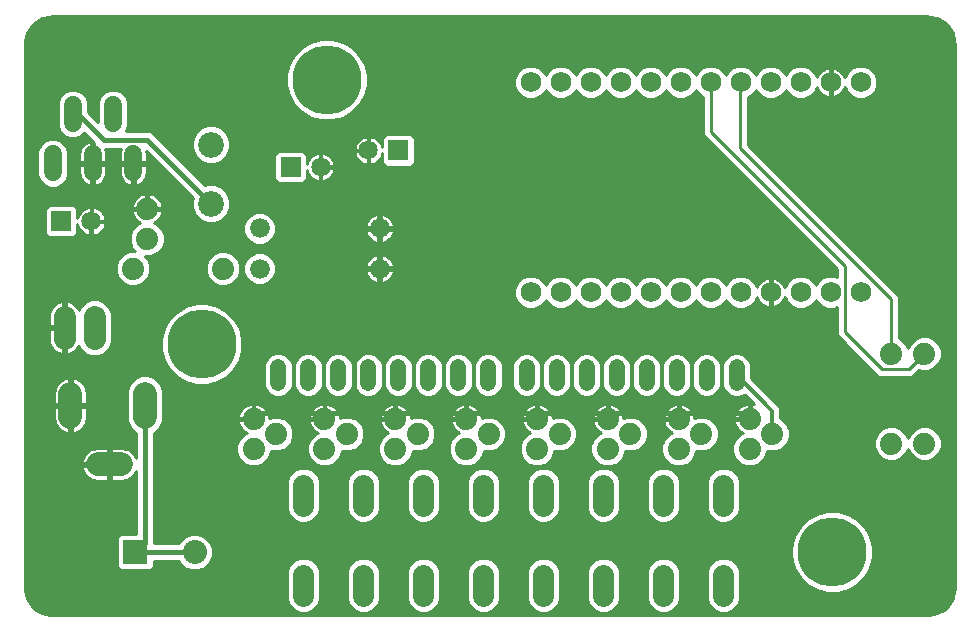
<source format=gbl>
G75*
%MOIN*%
%OFA0B0*%
%FSLAX24Y24*%
%IPPOS*%
%LPD*%
%AMOC8*
5,1,8,0,0,1.08239X$1,22.5*
%
%ADD10C,0.0787*%
%ADD11C,0.0740*%
%ADD12C,0.0650*%
%ADD13R,0.0650X0.0650*%
%ADD14C,0.0690*%
%ADD15C,0.0705*%
%ADD16C,0.0740*%
%ADD17C,0.0600*%
%ADD18C,0.0860*%
%ADD19C,0.0660*%
%ADD20R,0.0800X0.0800*%
%ADD21C,0.0800*%
%ADD22C,0.0520*%
%ADD23C,0.2300*%
%ADD24C,0.0160*%
%ADD25C,0.0100*%
%ADD26C,0.0120*%
D10*
X004358Y005433D02*
X005146Y005433D01*
X005933Y007008D02*
X005933Y007796D01*
X003453Y007796D02*
X003453Y007008D01*
D11*
X003256Y009623D02*
X003256Y010363D01*
X004256Y010363D02*
X004256Y009623D01*
D12*
X004150Y013536D03*
X011787Y015347D03*
X013386Y015898D03*
D13*
X014386Y015898D03*
X010787Y015347D03*
X003150Y013536D03*
D14*
X018791Y011174D03*
X019791Y011174D03*
X020791Y011174D03*
X021791Y011174D03*
X022791Y011174D03*
X023791Y011174D03*
X024791Y011174D03*
X025791Y011174D03*
X026791Y011174D03*
X027791Y011174D03*
X028791Y011174D03*
X029791Y011174D03*
X029791Y018174D03*
X028791Y018174D03*
X027791Y018174D03*
X026791Y018174D03*
X025791Y018174D03*
X024791Y018174D03*
X023791Y018174D03*
X022791Y018174D03*
X021791Y018174D03*
X020791Y018174D03*
X019791Y018174D03*
X018791Y018174D03*
D15*
X019217Y004758D02*
X019217Y004053D01*
X021217Y004053D02*
X021217Y004758D01*
X023217Y004758D02*
X023217Y004053D01*
X025217Y004053D02*
X025217Y004758D01*
X025217Y001758D02*
X025217Y001053D01*
X023217Y001053D02*
X023217Y001758D01*
X021217Y001758D02*
X021217Y001053D01*
X019217Y001053D02*
X019217Y001758D01*
X017217Y001758D02*
X017217Y001053D01*
X015217Y001053D02*
X015217Y001758D01*
X013217Y001758D02*
X013217Y001053D01*
X011217Y001053D02*
X011217Y001758D01*
X011217Y004053D02*
X011217Y004758D01*
X013217Y004758D02*
X013217Y004053D01*
X015217Y004053D02*
X015217Y004758D01*
X017217Y004758D02*
X017217Y004053D01*
D16*
X016642Y005949D03*
X017392Y006449D03*
X016642Y006949D03*
X015030Y006449D03*
X014280Y005949D03*
X012667Y006449D03*
X011917Y005949D03*
X011917Y006949D03*
X010305Y006449D03*
X009555Y006949D03*
X009555Y005949D03*
X014280Y006949D03*
X019004Y006949D03*
X019754Y006449D03*
X019004Y005949D03*
X021366Y005949D03*
X022116Y006449D03*
X021366Y006949D03*
X023728Y006949D03*
X024478Y006449D03*
X023728Y005949D03*
X026091Y005949D03*
X026841Y006449D03*
X026091Y006949D03*
X030815Y006130D03*
X031917Y006130D03*
X031917Y009130D03*
X030815Y009130D03*
X008535Y011961D03*
X006012Y012957D03*
X006012Y013957D03*
X005535Y011961D03*
D17*
X005541Y015173D02*
X005541Y015773D01*
X004201Y015773D02*
X004201Y015173D01*
X002861Y015173D02*
X002861Y015773D01*
X003531Y016813D02*
X003531Y017413D01*
X004871Y017413D02*
X004871Y016813D01*
D18*
X008138Y016095D03*
X008138Y014126D03*
D19*
X009760Y013300D03*
X009760Y011961D03*
X013760Y011961D03*
X013760Y013300D03*
D20*
X005618Y002512D03*
D21*
X007587Y002512D03*
D22*
X010386Y008158D02*
X010386Y008678D01*
X011386Y008678D02*
X011386Y008158D01*
X012386Y008158D02*
X012386Y008678D01*
X013386Y008678D02*
X013386Y008158D01*
X014386Y008158D02*
X014386Y008678D01*
X015386Y008678D02*
X015386Y008158D01*
X016386Y008158D02*
X016386Y008678D01*
X017386Y008678D02*
X017386Y008158D01*
X018654Y008158D02*
X018654Y008678D01*
X019654Y008678D02*
X019654Y008158D01*
X020654Y008158D02*
X020654Y008678D01*
X021654Y008678D02*
X021654Y008158D01*
X022654Y008158D02*
X022654Y008678D01*
X023654Y008678D02*
X023654Y008158D01*
X024654Y008158D02*
X024654Y008678D01*
X025654Y008678D02*
X025654Y008158D01*
D23*
X028846Y002512D03*
X007823Y009441D03*
X011996Y018260D03*
D24*
X008138Y014126D02*
X006012Y016252D01*
X004555Y016252D01*
X003695Y017113D01*
X003531Y017113D01*
X004150Y013536D02*
X004122Y013508D01*
X004122Y012315D01*
X003256Y011449D01*
X003256Y009993D01*
X005933Y007402D02*
X005933Y002827D01*
X005618Y002512D01*
X007587Y002512D01*
X009555Y006949D02*
X009764Y007158D01*
X011709Y007158D01*
X011917Y006949D01*
X012126Y007158D01*
X012902Y007158D01*
X012902Y008890D01*
X013760Y009748D01*
X013760Y011961D01*
X014071Y007158D02*
X012902Y007158D01*
X014071Y007158D02*
X014280Y006949D01*
X014488Y007158D01*
X016433Y007158D01*
X016642Y006949D01*
X016850Y007158D01*
X018795Y007158D01*
X019004Y006949D01*
X019213Y007158D01*
X021157Y007158D01*
X021366Y006949D01*
X021575Y007158D01*
X023520Y007158D01*
X023728Y006949D01*
X023937Y007158D01*
X025882Y007158D01*
X026091Y006949D01*
D25*
X002002Y000975D02*
X001939Y001210D01*
X001931Y001331D01*
X001931Y019441D01*
X001939Y019563D01*
X002002Y019798D01*
X002124Y020008D01*
X002295Y020180D01*
X002506Y020302D01*
X002741Y020364D01*
X002862Y020372D01*
X031996Y020372D01*
X032118Y020364D01*
X032352Y020302D01*
X032563Y020180D01*
X032735Y020008D01*
X032856Y019798D01*
X032919Y019563D01*
X032927Y019441D01*
X032927Y001331D01*
X032919Y001210D01*
X032856Y000975D01*
X032735Y000764D01*
X032563Y000592D01*
X032352Y000471D01*
X032118Y000408D01*
X031996Y000400D01*
X002862Y000400D01*
X002741Y000408D01*
X002506Y000471D01*
X002295Y000592D01*
X002124Y000764D01*
X002002Y000975D01*
X002023Y000938D02*
X010655Y000938D01*
X010654Y000942D02*
X010740Y000735D01*
X010898Y000577D01*
X011105Y000491D01*
X011328Y000491D01*
X011535Y000577D01*
X011693Y000735D01*
X011779Y000942D01*
X011779Y001870D01*
X011693Y002077D01*
X011535Y002235D01*
X011328Y002321D01*
X011105Y002321D01*
X010898Y002235D01*
X010740Y002077D01*
X010654Y001870D01*
X010654Y000942D01*
X010654Y001037D02*
X001985Y001037D01*
X001959Y001135D02*
X010654Y001135D01*
X010654Y001234D02*
X001937Y001234D01*
X001931Y001332D02*
X010654Y001332D01*
X010654Y001431D02*
X001931Y001431D01*
X001931Y001529D02*
X010654Y001529D01*
X010654Y001628D02*
X001931Y001628D01*
X001931Y001726D02*
X010654Y001726D01*
X010654Y001825D02*
X001931Y001825D01*
X001931Y001923D02*
X005110Y001923D01*
X005131Y001902D02*
X006105Y001902D01*
X006228Y002025D01*
X006228Y002222D01*
X007046Y002222D01*
X007069Y002167D01*
X007241Y001995D01*
X007465Y001902D01*
X007708Y001902D01*
X007932Y001995D01*
X008104Y002167D01*
X008197Y002391D01*
X008197Y002634D01*
X008104Y002858D01*
X007932Y003029D01*
X007708Y003122D01*
X007465Y003122D01*
X007241Y003029D01*
X007069Y002858D01*
X007046Y002802D01*
X006228Y002802D01*
X006228Y002999D01*
X006223Y003004D01*
X006223Y006475D01*
X006275Y006496D01*
X006445Y006666D01*
X006537Y006888D01*
X006537Y007916D01*
X006445Y008138D01*
X006275Y008307D01*
X006053Y008399D01*
X005813Y008399D01*
X005591Y008307D01*
X005421Y008138D01*
X005329Y007916D01*
X005329Y006888D01*
X005421Y006666D01*
X005591Y006496D01*
X005643Y006475D01*
X005643Y005655D01*
X005611Y005718D01*
X005560Y005788D01*
X005500Y005848D01*
X005431Y005898D01*
X005354Y005937D01*
X005273Y005964D01*
X005188Y005977D01*
X004800Y005977D01*
X004800Y005482D01*
X004704Y005482D01*
X004704Y005977D01*
X004315Y005977D01*
X004231Y005964D01*
X004150Y005937D01*
X004073Y005898D01*
X004004Y005848D01*
X003944Y005788D01*
X003893Y005718D01*
X003854Y005642D01*
X003828Y005561D01*
X003815Y005482D01*
X004704Y005482D01*
X004704Y005385D01*
X004800Y005385D01*
X004800Y004890D01*
X005188Y004890D01*
X005273Y004903D01*
X005354Y004930D01*
X005431Y004968D01*
X005500Y005019D01*
X005560Y005079D01*
X005611Y005149D01*
X005643Y005212D01*
X005643Y003122D01*
X005131Y003122D01*
X005008Y002999D01*
X005008Y002025D01*
X005131Y001902D01*
X005012Y002022D02*
X001931Y002022D01*
X001931Y002120D02*
X005008Y002120D01*
X005008Y002219D02*
X001931Y002219D01*
X001931Y002317D02*
X005008Y002317D01*
X005008Y002416D02*
X001931Y002416D01*
X001931Y002514D02*
X005008Y002514D01*
X005008Y002613D02*
X001931Y002613D01*
X001931Y002711D02*
X005008Y002711D01*
X005008Y002810D02*
X001931Y002810D01*
X001931Y002908D02*
X005008Y002908D01*
X005015Y003007D02*
X001931Y003007D01*
X001931Y003105D02*
X005114Y003105D01*
X005643Y003204D02*
X001931Y003204D01*
X001931Y003302D02*
X005643Y003302D01*
X005643Y003401D02*
X001931Y003401D01*
X001931Y003499D02*
X005643Y003499D01*
X005643Y003598D02*
X001931Y003598D01*
X001931Y003696D02*
X005643Y003696D01*
X005643Y003795D02*
X001931Y003795D01*
X001931Y003893D02*
X005643Y003893D01*
X005643Y003992D02*
X001931Y003992D01*
X001931Y004090D02*
X005643Y004090D01*
X005643Y004189D02*
X001931Y004189D01*
X001931Y004287D02*
X005643Y004287D01*
X005643Y004386D02*
X001931Y004386D01*
X001931Y004484D02*
X005643Y004484D01*
X005643Y004583D02*
X001931Y004583D01*
X001931Y004681D02*
X005643Y004681D01*
X005643Y004780D02*
X001931Y004780D01*
X001931Y004878D02*
X005643Y004878D01*
X005643Y004977D02*
X005442Y004977D01*
X005556Y005075D02*
X005643Y005075D01*
X005643Y005174D02*
X005623Y005174D01*
X006223Y005174D02*
X010836Y005174D01*
X010898Y005235D02*
X010740Y005077D01*
X010654Y004870D01*
X010654Y003942D01*
X010740Y003735D01*
X010898Y003577D01*
X011105Y003491D01*
X011328Y003491D01*
X011535Y003577D01*
X011693Y003735D01*
X011779Y003942D01*
X011779Y004870D01*
X011693Y005077D01*
X011535Y005235D01*
X011328Y005321D01*
X011105Y005321D01*
X010898Y005235D01*
X010987Y005272D02*
X006223Y005272D01*
X006223Y005371D02*
X009437Y005371D01*
X009440Y005369D02*
X009670Y005369D01*
X009884Y005458D01*
X010047Y005621D01*
X010135Y005834D01*
X010135Y005892D01*
X010190Y005869D01*
X010420Y005869D01*
X010634Y005958D01*
X010797Y006121D01*
X010885Y006334D01*
X010885Y006565D01*
X010797Y006778D01*
X010634Y006941D01*
X010420Y007029D01*
X010190Y007029D01*
X010075Y006982D01*
X010075Y006990D01*
X010062Y007071D01*
X010037Y007149D01*
X010000Y007222D01*
X009952Y007288D01*
X009894Y007346D01*
X009828Y007394D01*
X009755Y007431D01*
X009677Y007456D01*
X009596Y007469D01*
X009585Y007469D01*
X009585Y006979D01*
X009525Y006979D01*
X009525Y006919D01*
X009035Y006919D01*
X009035Y006908D01*
X009048Y006827D01*
X009073Y006750D01*
X009110Y006677D01*
X009158Y006610D01*
X009216Y006553D01*
X009283Y006504D01*
X009326Y006482D01*
X009227Y006441D01*
X009063Y006278D01*
X008975Y006065D01*
X008975Y005834D01*
X009063Y005621D01*
X009227Y005458D01*
X009440Y005369D01*
X009674Y005371D02*
X011799Y005371D01*
X011802Y005369D02*
X012033Y005369D01*
X012246Y005458D01*
X012409Y005621D01*
X012497Y005834D01*
X012497Y005892D01*
X012552Y005869D01*
X012783Y005869D01*
X012996Y005958D01*
X013159Y006121D01*
X013247Y006334D01*
X013247Y006565D01*
X013159Y006778D01*
X012996Y006941D01*
X012783Y007029D01*
X012552Y007029D01*
X012437Y006982D01*
X012437Y006990D01*
X012425Y007071D01*
X012399Y007149D01*
X012362Y007222D01*
X012314Y007288D01*
X012256Y007346D01*
X012190Y007394D01*
X012117Y007431D01*
X012039Y007456D01*
X011958Y007469D01*
X011947Y007469D01*
X011947Y006979D01*
X011887Y006979D01*
X011887Y006919D01*
X011397Y006919D01*
X011397Y006908D01*
X011410Y006827D01*
X011435Y006750D01*
X011473Y006677D01*
X011521Y006610D01*
X011579Y006553D01*
X010885Y006553D01*
X010885Y006454D02*
X011620Y006454D01*
X011589Y006441D02*
X011426Y006278D01*
X011337Y006065D01*
X011337Y005834D01*
X011426Y005621D01*
X011589Y005458D01*
X011802Y005369D01*
X012036Y005371D02*
X014161Y005371D01*
X014164Y005369D02*
X014395Y005369D01*
X014608Y005458D01*
X014771Y005621D01*
X014860Y005834D01*
X014860Y005892D01*
X014914Y005869D01*
X015145Y005869D01*
X015358Y005958D01*
X015521Y006121D01*
X015610Y006334D01*
X015610Y006565D01*
X015521Y006778D01*
X015358Y006941D01*
X015145Y007029D01*
X014914Y007029D01*
X014800Y006982D01*
X014800Y006990D01*
X014787Y007071D01*
X014761Y007149D01*
X014724Y007222D01*
X014676Y007288D01*
X014618Y007346D01*
X014552Y007394D01*
X014479Y007431D01*
X014401Y007456D01*
X014320Y007469D01*
X014310Y007469D01*
X014310Y006979D01*
X014250Y006979D01*
X014250Y007469D01*
X014239Y007469D01*
X014158Y007456D01*
X014080Y007431D01*
X014007Y007394D01*
X013941Y007346D01*
X013883Y007288D01*
X013835Y007222D01*
X013798Y007149D01*
X013772Y007071D01*
X013760Y006990D01*
X013760Y006979D01*
X014250Y006979D01*
X014250Y006919D01*
X013760Y006919D01*
X013760Y006908D01*
X013772Y006827D01*
X013798Y006750D01*
X013835Y006677D01*
X013883Y006610D01*
X013941Y006553D01*
X014007Y006504D01*
X014051Y006482D01*
X013951Y006441D01*
X013788Y006278D01*
X013700Y006065D01*
X013700Y005834D01*
X013788Y005621D01*
X013951Y005458D01*
X014164Y005369D01*
X014398Y005371D02*
X016523Y005371D01*
X016526Y005369D02*
X016757Y005369D01*
X016970Y005458D01*
X017133Y005621D01*
X017222Y005834D01*
X017222Y005892D01*
X017276Y005869D01*
X017507Y005869D01*
X017720Y005958D01*
X017883Y006121D01*
X017972Y006334D01*
X017972Y006565D01*
X017883Y006778D01*
X017720Y006941D01*
X017507Y007029D01*
X017276Y007029D01*
X017162Y006982D01*
X017162Y006990D01*
X017149Y007071D01*
X017124Y007149D01*
X017086Y007222D01*
X017038Y007288D01*
X016980Y007346D01*
X016914Y007394D01*
X016841Y007431D01*
X016763Y007456D01*
X016683Y007469D01*
X016672Y007469D01*
X016672Y006979D01*
X016612Y006979D01*
X016612Y006919D01*
X016122Y006919D01*
X016122Y006908D01*
X016135Y006827D01*
X016160Y006750D01*
X016197Y006677D01*
X016245Y006610D01*
X016303Y006553D01*
X016369Y006504D01*
X016413Y006482D01*
X016313Y006441D01*
X016150Y006278D01*
X016062Y006065D01*
X016062Y005834D01*
X016150Y005621D01*
X016313Y005458D01*
X016526Y005369D01*
X016760Y005371D02*
X018885Y005371D01*
X018889Y005369D02*
X019119Y005369D01*
X019332Y005458D01*
X019496Y005621D01*
X019584Y005834D01*
X019584Y005892D01*
X019639Y005869D01*
X019869Y005869D01*
X020082Y005958D01*
X020246Y006121D01*
X020334Y006334D01*
X020334Y006565D01*
X020246Y006778D01*
X020082Y006941D01*
X019869Y007029D01*
X019639Y007029D01*
X019524Y006982D01*
X019524Y006990D01*
X019511Y007071D01*
X019486Y007149D01*
X019449Y007222D01*
X019401Y007288D01*
X019343Y007346D01*
X019276Y007394D01*
X019204Y007431D01*
X019126Y007456D01*
X019045Y007469D01*
X019034Y007469D01*
X019034Y006979D01*
X018974Y006979D01*
X018974Y006919D01*
X018484Y006919D01*
X018484Y006908D01*
X018497Y006827D01*
X018522Y006750D01*
X018559Y006677D01*
X018607Y006610D01*
X018665Y006553D01*
X018731Y006504D01*
X018775Y006482D01*
X018675Y006441D01*
X018512Y006278D01*
X018424Y006065D01*
X018424Y005834D01*
X018512Y005621D01*
X018675Y005458D01*
X018889Y005369D01*
X018898Y005235D02*
X018740Y005077D01*
X018654Y004870D01*
X018654Y003942D01*
X018740Y003735D01*
X018898Y003577D01*
X019105Y003491D01*
X019328Y003491D01*
X019535Y003577D01*
X019693Y003735D01*
X019779Y003942D01*
X019779Y004870D01*
X019693Y005077D01*
X019535Y005235D01*
X019328Y005321D01*
X019105Y005321D01*
X018898Y005235D01*
X018836Y005174D02*
X017597Y005174D01*
X017535Y005235D02*
X017328Y005321D01*
X017105Y005321D01*
X016898Y005235D01*
X016740Y005077D01*
X016654Y004870D01*
X016654Y003942D01*
X016740Y003735D01*
X016898Y003577D01*
X017105Y003491D01*
X017328Y003491D01*
X017535Y003577D01*
X017693Y003735D01*
X017779Y003942D01*
X017779Y004870D01*
X017693Y005077D01*
X017535Y005235D01*
X017446Y005272D02*
X018987Y005272D01*
X019122Y005371D02*
X021248Y005371D01*
X021251Y005369D02*
X021482Y005369D01*
X021695Y005458D01*
X021858Y005621D01*
X021946Y005834D01*
X021946Y005892D01*
X022001Y005869D01*
X022232Y005869D01*
X022445Y005958D01*
X022608Y006121D01*
X022696Y006334D01*
X022696Y006565D01*
X022608Y006778D01*
X022445Y006941D01*
X022232Y007029D01*
X022001Y007029D01*
X021886Y006982D01*
X021886Y006990D01*
X021873Y007071D01*
X021848Y007149D01*
X021811Y007222D01*
X021763Y007288D01*
X021705Y007346D01*
X021639Y007394D01*
X021566Y007431D01*
X021488Y007456D01*
X021407Y007469D01*
X021396Y007469D01*
X021396Y006979D01*
X021336Y006979D01*
X021336Y006919D01*
X020846Y006919D01*
X020846Y006908D01*
X020859Y006827D01*
X020884Y006750D01*
X020921Y006677D01*
X020970Y006610D01*
X021027Y006553D01*
X021094Y006504D01*
X021137Y006482D01*
X021038Y006441D01*
X020874Y006278D01*
X020786Y006065D01*
X020786Y005834D01*
X020874Y005621D01*
X021038Y005458D01*
X021251Y005369D01*
X021328Y005321D02*
X021105Y005321D01*
X020898Y005235D01*
X020740Y005077D01*
X020654Y004870D01*
X020654Y003942D01*
X020740Y003735D01*
X020898Y003577D01*
X021105Y003491D01*
X021328Y003491D01*
X021535Y003577D01*
X021693Y003735D01*
X021779Y003942D01*
X021779Y004870D01*
X021693Y005077D01*
X021535Y005235D01*
X021328Y005321D01*
X021446Y005272D02*
X022987Y005272D01*
X022898Y005235D02*
X022740Y005077D01*
X022654Y004870D01*
X022654Y003942D01*
X022740Y003735D01*
X022898Y003577D01*
X023105Y003491D01*
X023328Y003491D01*
X023535Y003577D01*
X023693Y003735D01*
X023779Y003942D01*
X023779Y004870D01*
X023693Y005077D01*
X023535Y005235D01*
X023328Y005321D01*
X023105Y005321D01*
X022898Y005235D01*
X022836Y005174D02*
X021597Y005174D01*
X021694Y005075D02*
X022739Y005075D01*
X022698Y004977D02*
X021735Y004977D01*
X021776Y004878D02*
X022657Y004878D01*
X022654Y004780D02*
X021779Y004780D01*
X021779Y004681D02*
X022654Y004681D01*
X022654Y004583D02*
X021779Y004583D01*
X021779Y004484D02*
X022654Y004484D01*
X022654Y004386D02*
X021779Y004386D01*
X021779Y004287D02*
X022654Y004287D01*
X022654Y004189D02*
X021779Y004189D01*
X021779Y004090D02*
X022654Y004090D01*
X022654Y003992D02*
X021779Y003992D01*
X021759Y003893D02*
X022674Y003893D01*
X022715Y003795D02*
X021718Y003795D01*
X021655Y003696D02*
X022778Y003696D01*
X022877Y003598D02*
X021556Y003598D01*
X021348Y003499D02*
X023085Y003499D01*
X023348Y003499D02*
X025085Y003499D01*
X025105Y003491D02*
X025328Y003491D01*
X025535Y003577D01*
X025693Y003735D01*
X025779Y003942D01*
X025779Y004870D01*
X025693Y005077D01*
X025535Y005235D01*
X025328Y005321D01*
X025105Y005321D01*
X024898Y005235D01*
X024740Y005077D01*
X024654Y004870D01*
X024654Y003942D01*
X024740Y003735D01*
X024898Y003577D01*
X025105Y003491D01*
X025348Y003499D02*
X027910Y003499D01*
X028008Y003598D02*
X025556Y003598D01*
X025655Y003696D02*
X028177Y003696D01*
X028322Y003780D02*
X028011Y003600D01*
X027758Y003347D01*
X027579Y003037D01*
X027486Y002691D01*
X027486Y002333D01*
X027579Y001987D01*
X027758Y001677D01*
X028011Y001424D01*
X028322Y001245D01*
X028667Y001152D01*
X029026Y001152D01*
X029371Y001245D01*
X029682Y001424D01*
X029935Y001677D01*
X030114Y001987D01*
X030206Y002333D01*
X030206Y002691D01*
X030114Y003037D01*
X029935Y003347D01*
X029682Y003600D01*
X029371Y003780D01*
X029026Y003872D01*
X028667Y003872D01*
X028322Y003780D01*
X028377Y003795D02*
X025718Y003795D01*
X025759Y003893D02*
X032927Y003893D01*
X032927Y003795D02*
X029315Y003795D01*
X029516Y003696D02*
X032927Y003696D01*
X032927Y003598D02*
X029684Y003598D01*
X029783Y003499D02*
X032927Y003499D01*
X032927Y003401D02*
X029881Y003401D01*
X029961Y003302D02*
X032927Y003302D01*
X032927Y003204D02*
X030018Y003204D01*
X030075Y003105D02*
X032927Y003105D01*
X032927Y003007D02*
X030122Y003007D01*
X030148Y002908D02*
X032927Y002908D01*
X032927Y002810D02*
X030175Y002810D01*
X030201Y002711D02*
X032927Y002711D01*
X032927Y002613D02*
X030206Y002613D01*
X030206Y002514D02*
X032927Y002514D01*
X032927Y002416D02*
X030206Y002416D01*
X030202Y002317D02*
X032927Y002317D01*
X032927Y002219D02*
X030176Y002219D01*
X030149Y002120D02*
X032927Y002120D01*
X032927Y002022D02*
X030123Y002022D01*
X030077Y001923D02*
X032927Y001923D01*
X032927Y001825D02*
X030020Y001825D01*
X029963Y001726D02*
X032927Y001726D01*
X032927Y001628D02*
X029885Y001628D01*
X029787Y001529D02*
X032927Y001529D01*
X032927Y001431D02*
X029688Y001431D01*
X029522Y001332D02*
X032927Y001332D01*
X032921Y001234D02*
X029329Y001234D01*
X028364Y001234D02*
X025779Y001234D01*
X025779Y001332D02*
X028171Y001332D01*
X028005Y001431D02*
X025779Y001431D01*
X025779Y001529D02*
X027906Y001529D01*
X027808Y001628D02*
X025779Y001628D01*
X025779Y001726D02*
X027730Y001726D01*
X027673Y001825D02*
X025779Y001825D01*
X025779Y001870D02*
X025693Y002077D01*
X025535Y002235D01*
X025328Y002321D01*
X025105Y002321D01*
X024898Y002235D01*
X024740Y002077D01*
X024654Y001870D01*
X024654Y000942D01*
X024740Y000735D01*
X024898Y000577D01*
X025105Y000491D01*
X025328Y000491D01*
X025535Y000577D01*
X025693Y000735D01*
X025779Y000942D01*
X025779Y001870D01*
X025757Y001923D02*
X027616Y001923D01*
X027570Y002022D02*
X025716Y002022D01*
X025650Y002120D02*
X027544Y002120D01*
X027517Y002219D02*
X025552Y002219D01*
X025338Y002317D02*
X027491Y002317D01*
X027486Y002416D02*
X008197Y002416D01*
X008197Y002514D02*
X027486Y002514D01*
X027486Y002613D02*
X008197Y002613D01*
X008165Y002711D02*
X027492Y002711D01*
X027518Y002810D02*
X008124Y002810D01*
X008053Y002908D02*
X027545Y002908D01*
X027571Y003007D02*
X007955Y003007D01*
X007749Y003105D02*
X027618Y003105D01*
X027675Y003204D02*
X006223Y003204D01*
X006223Y003302D02*
X027732Y003302D01*
X027811Y003401D02*
X006223Y003401D01*
X006223Y003499D02*
X011085Y003499D01*
X010877Y003598D02*
X006223Y003598D01*
X006223Y003696D02*
X010778Y003696D01*
X010715Y003795D02*
X006223Y003795D01*
X006223Y003893D02*
X010674Y003893D01*
X010654Y003992D02*
X006223Y003992D01*
X006223Y004090D02*
X010654Y004090D01*
X010654Y004189D02*
X006223Y004189D01*
X006223Y004287D02*
X010654Y004287D01*
X010654Y004386D02*
X006223Y004386D01*
X006223Y004484D02*
X010654Y004484D01*
X010654Y004583D02*
X006223Y004583D01*
X006223Y004681D02*
X010654Y004681D01*
X010654Y004780D02*
X006223Y004780D01*
X006223Y004878D02*
X010657Y004878D01*
X010698Y004977D02*
X006223Y004977D01*
X006223Y005075D02*
X010739Y005075D01*
X011446Y005272D02*
X012987Y005272D01*
X012898Y005235D02*
X012740Y005077D01*
X012654Y004870D01*
X012654Y003942D01*
X012740Y003735D01*
X012898Y003577D01*
X013105Y003491D01*
X013328Y003491D01*
X013535Y003577D01*
X013693Y003735D01*
X013779Y003942D01*
X013779Y004870D01*
X013693Y005077D01*
X013535Y005235D01*
X013328Y005321D01*
X013105Y005321D01*
X012898Y005235D01*
X012836Y005174D02*
X011597Y005174D01*
X011694Y005075D02*
X012739Y005075D01*
X012698Y004977D02*
X011735Y004977D01*
X011776Y004878D02*
X012657Y004878D01*
X012654Y004780D02*
X011779Y004780D01*
X011779Y004681D02*
X012654Y004681D01*
X012654Y004583D02*
X011779Y004583D01*
X011779Y004484D02*
X012654Y004484D01*
X012654Y004386D02*
X011779Y004386D01*
X011779Y004287D02*
X012654Y004287D01*
X012654Y004189D02*
X011779Y004189D01*
X011779Y004090D02*
X012654Y004090D01*
X012654Y003992D02*
X011779Y003992D01*
X011759Y003893D02*
X012674Y003893D01*
X012715Y003795D02*
X011718Y003795D01*
X011655Y003696D02*
X012778Y003696D01*
X012877Y003598D02*
X011556Y003598D01*
X011348Y003499D02*
X013085Y003499D01*
X013348Y003499D02*
X015085Y003499D01*
X015105Y003491D02*
X015328Y003491D01*
X015535Y003577D01*
X015693Y003735D01*
X015779Y003942D01*
X015779Y004870D01*
X015693Y005077D01*
X015535Y005235D01*
X015328Y005321D01*
X015105Y005321D01*
X014898Y005235D01*
X014740Y005077D01*
X014654Y004870D01*
X014654Y003942D01*
X014740Y003735D01*
X014898Y003577D01*
X015105Y003491D01*
X015348Y003499D02*
X017085Y003499D01*
X016877Y003598D02*
X015556Y003598D01*
X015655Y003696D02*
X016778Y003696D01*
X016715Y003795D02*
X015718Y003795D01*
X015759Y003893D02*
X016674Y003893D01*
X016654Y003992D02*
X015779Y003992D01*
X015779Y004090D02*
X016654Y004090D01*
X016654Y004189D02*
X015779Y004189D01*
X015779Y004287D02*
X016654Y004287D01*
X016654Y004386D02*
X015779Y004386D01*
X015779Y004484D02*
X016654Y004484D01*
X016654Y004583D02*
X015779Y004583D01*
X015779Y004681D02*
X016654Y004681D01*
X016654Y004780D02*
X015779Y004780D01*
X015776Y004878D02*
X016657Y004878D01*
X016698Y004977D02*
X015735Y004977D01*
X015694Y005075D02*
X016739Y005075D01*
X016836Y005174D02*
X015597Y005174D01*
X015446Y005272D02*
X016987Y005272D01*
X016982Y005469D02*
X018664Y005469D01*
X018565Y005568D02*
X017080Y005568D01*
X017152Y005666D02*
X018493Y005666D01*
X018453Y005765D02*
X017193Y005765D01*
X017222Y005863D02*
X018424Y005863D01*
X018424Y005962D02*
X017724Y005962D01*
X017823Y006060D02*
X018424Y006060D01*
X018463Y006159D02*
X017899Y006159D01*
X017940Y006257D02*
X018504Y006257D01*
X018590Y006356D02*
X017972Y006356D01*
X017972Y006454D02*
X018707Y006454D01*
X018665Y006553D02*
X017972Y006553D01*
X017936Y006651D02*
X018578Y006651D01*
X018522Y006750D02*
X017895Y006750D01*
X017813Y006848D02*
X018493Y006848D01*
X018484Y006979D02*
X018974Y006979D01*
X018974Y007469D01*
X018963Y007469D01*
X018882Y007456D01*
X018804Y007431D01*
X018731Y007394D01*
X018665Y007346D01*
X018607Y007288D01*
X018559Y007222D01*
X018522Y007149D01*
X018497Y007071D01*
X018484Y006990D01*
X018484Y006979D01*
X018493Y007045D02*
X017153Y007045D01*
X017125Y007144D02*
X018520Y007144D01*
X018574Y007242D02*
X017072Y007242D01*
X016986Y007341D02*
X018660Y007341D01*
X018829Y007439D02*
X016817Y007439D01*
X016672Y007439D02*
X016612Y007439D01*
X016612Y007469D02*
X016601Y007469D01*
X016520Y007456D01*
X016442Y007431D01*
X016369Y007394D01*
X016303Y007346D01*
X016245Y007288D01*
X016197Y007222D01*
X016160Y007149D01*
X016135Y007071D01*
X016122Y006990D01*
X016122Y006979D01*
X016612Y006979D01*
X016612Y007469D01*
X016612Y007341D02*
X016672Y007341D01*
X016672Y007242D02*
X016612Y007242D01*
X016612Y007144D02*
X016672Y007144D01*
X016672Y007045D02*
X016612Y007045D01*
X016612Y006947D02*
X015345Y006947D01*
X015451Y006848D02*
X016131Y006848D01*
X016160Y006750D02*
X015533Y006750D01*
X015574Y006651D02*
X016216Y006651D01*
X016303Y006553D02*
X015610Y006553D01*
X015610Y006454D02*
X016345Y006454D01*
X016228Y006356D02*
X015610Y006356D01*
X015578Y006257D02*
X016141Y006257D01*
X016101Y006159D02*
X015537Y006159D01*
X015461Y006060D02*
X016062Y006060D01*
X016062Y005962D02*
X015362Y005962D01*
X014860Y005863D02*
X016062Y005863D01*
X016090Y005765D02*
X014831Y005765D01*
X014790Y005666D02*
X016131Y005666D01*
X016203Y005568D02*
X014718Y005568D01*
X014620Y005469D02*
X016302Y005469D01*
X014987Y005272D02*
X013446Y005272D01*
X013597Y005174D02*
X014836Y005174D01*
X014739Y005075D02*
X013694Y005075D01*
X013735Y004977D02*
X014698Y004977D01*
X014657Y004878D02*
X013776Y004878D01*
X013779Y004780D02*
X014654Y004780D01*
X014654Y004681D02*
X013779Y004681D01*
X013779Y004583D02*
X014654Y004583D01*
X014654Y004484D02*
X013779Y004484D01*
X013779Y004386D02*
X014654Y004386D01*
X014654Y004287D02*
X013779Y004287D01*
X013779Y004189D02*
X014654Y004189D01*
X014654Y004090D02*
X013779Y004090D01*
X013779Y003992D02*
X014654Y003992D01*
X014674Y003893D02*
X013759Y003893D01*
X013718Y003795D02*
X014715Y003795D01*
X014778Y003696D02*
X013655Y003696D01*
X013556Y003598D02*
X014877Y003598D01*
X015105Y002321D02*
X014898Y002235D01*
X014740Y002077D01*
X014654Y001870D01*
X014654Y000942D01*
X014740Y000735D01*
X014898Y000577D01*
X015105Y000491D01*
X015328Y000491D01*
X015535Y000577D01*
X015693Y000735D01*
X015779Y000942D01*
X015779Y001870D01*
X015693Y002077D01*
X015535Y002235D01*
X015328Y002321D01*
X015105Y002321D01*
X015095Y002317D02*
X013338Y002317D01*
X013328Y002321D02*
X013535Y002235D01*
X013693Y002077D01*
X013779Y001870D01*
X013779Y000942D01*
X013693Y000735D01*
X013535Y000577D01*
X013328Y000491D01*
X013105Y000491D01*
X012898Y000577D01*
X012740Y000735D01*
X012654Y000942D01*
X012654Y001870D01*
X012740Y002077D01*
X012898Y002235D01*
X013105Y002321D01*
X013328Y002321D01*
X013095Y002317D02*
X011338Y002317D01*
X011552Y002219D02*
X012881Y002219D01*
X012783Y002120D02*
X011650Y002120D01*
X011716Y002022D02*
X012717Y002022D01*
X012676Y001923D02*
X011757Y001923D01*
X011779Y001825D02*
X012654Y001825D01*
X012654Y001726D02*
X011779Y001726D01*
X011779Y001628D02*
X012654Y001628D01*
X012654Y001529D02*
X011779Y001529D01*
X011779Y001431D02*
X012654Y001431D01*
X012654Y001332D02*
X011779Y001332D01*
X011779Y001234D02*
X012654Y001234D01*
X012654Y001135D02*
X011779Y001135D01*
X011779Y001037D02*
X012654Y001037D01*
X012655Y000938D02*
X011778Y000938D01*
X011737Y000840D02*
X012696Y000840D01*
X012737Y000741D02*
X011696Y000741D01*
X011601Y000643D02*
X012832Y000643D01*
X012976Y000544D02*
X011457Y000544D01*
X010976Y000544D02*
X002379Y000544D01*
X002245Y000643D02*
X010832Y000643D01*
X010737Y000741D02*
X002147Y000741D01*
X002080Y000840D02*
X010696Y000840D01*
X010676Y001923D02*
X007758Y001923D01*
X007959Y002022D02*
X010717Y002022D01*
X010783Y002120D02*
X008057Y002120D01*
X008125Y002219D02*
X010881Y002219D01*
X011095Y002317D02*
X008166Y002317D01*
X007415Y001923D02*
X006126Y001923D01*
X006224Y002022D02*
X007215Y002022D01*
X007116Y002120D02*
X006228Y002120D01*
X006228Y002219D02*
X007048Y002219D01*
X007050Y002810D02*
X006228Y002810D01*
X006228Y002908D02*
X007120Y002908D01*
X007218Y003007D02*
X006223Y003007D01*
X006223Y003105D02*
X007424Y003105D01*
X004800Y004977D02*
X004704Y004977D01*
X004704Y004890D02*
X004704Y005385D01*
X003815Y005385D01*
X003828Y005306D01*
X003854Y005225D01*
X003893Y005149D01*
X003944Y005079D01*
X004004Y005019D01*
X004073Y004968D01*
X004150Y004930D01*
X004231Y004903D01*
X004315Y004890D01*
X004704Y004890D01*
X004704Y005075D02*
X004800Y005075D01*
X004800Y005174D02*
X004704Y005174D01*
X004704Y005272D02*
X004800Y005272D01*
X004800Y005371D02*
X004704Y005371D01*
X004704Y005469D02*
X001931Y005469D01*
X001931Y005371D02*
X003818Y005371D01*
X003839Y005272D02*
X001931Y005272D01*
X001931Y005174D02*
X003881Y005174D01*
X003948Y005075D02*
X001931Y005075D01*
X001931Y004977D02*
X004062Y004977D01*
X003830Y005568D02*
X001931Y005568D01*
X001931Y005666D02*
X003867Y005666D01*
X003927Y005765D02*
X001931Y005765D01*
X001931Y005863D02*
X004024Y005863D01*
X004224Y005962D02*
X001931Y005962D01*
X001931Y006060D02*
X005643Y006060D01*
X005643Y005962D02*
X005280Y005962D01*
X005479Y005863D02*
X005643Y005863D01*
X005643Y005765D02*
X005577Y005765D01*
X005637Y005666D02*
X005643Y005666D01*
X005643Y006159D02*
X001931Y006159D01*
X001931Y006257D02*
X005643Y006257D01*
X005643Y006356D02*
X001931Y006356D01*
X001931Y006454D02*
X005643Y006454D01*
X005535Y006553D02*
X003750Y006553D01*
X003738Y006543D02*
X003807Y006594D01*
X003867Y006654D01*
X003918Y006723D01*
X003957Y006800D01*
X003983Y006881D01*
X003996Y006965D01*
X003996Y007354D01*
X003501Y007354D01*
X003501Y007450D01*
X003996Y007450D01*
X003996Y007838D01*
X003983Y007923D01*
X003957Y008004D01*
X003918Y008081D01*
X003867Y008150D01*
X003807Y008210D01*
X003738Y008261D01*
X003661Y008300D01*
X003580Y008326D01*
X003501Y008338D01*
X003501Y007450D01*
X003404Y007450D01*
X003404Y007354D01*
X002909Y007354D01*
X002909Y006965D01*
X002922Y006881D01*
X002949Y006800D01*
X002988Y006723D01*
X003038Y006654D01*
X003099Y006594D01*
X003168Y006543D01*
X003244Y006504D01*
X003325Y006478D01*
X003404Y006465D01*
X003404Y007354D01*
X003501Y007354D01*
X003501Y006465D01*
X003580Y006478D01*
X003661Y006504D01*
X003738Y006543D01*
X003864Y006651D02*
X005437Y006651D01*
X005387Y006750D02*
X003931Y006750D01*
X003972Y006848D02*
X005346Y006848D01*
X005329Y006947D02*
X003993Y006947D01*
X003996Y007045D02*
X005329Y007045D01*
X005329Y007144D02*
X003996Y007144D01*
X003996Y007242D02*
X005329Y007242D01*
X005329Y007341D02*
X003996Y007341D01*
X003996Y007538D02*
X005329Y007538D01*
X005329Y007636D02*
X003996Y007636D01*
X003996Y007735D02*
X005329Y007735D01*
X005329Y007833D02*
X003996Y007833D01*
X003980Y007932D02*
X005336Y007932D01*
X005377Y008030D02*
X003944Y008030D01*
X003883Y008129D02*
X005418Y008129D01*
X005511Y008227D02*
X003784Y008227D01*
X003581Y008326D02*
X005635Y008326D01*
X006231Y008326D02*
X007035Y008326D01*
X006988Y008353D02*
X006735Y008606D01*
X006556Y008916D01*
X006463Y009262D01*
X006463Y009620D01*
X006556Y009966D01*
X006735Y010276D01*
X006988Y010530D01*
X007298Y010709D01*
X007644Y010801D01*
X008002Y010801D01*
X008348Y010709D01*
X008658Y010530D01*
X008911Y010276D01*
X009090Y009966D01*
X009183Y009620D01*
X009183Y009262D01*
X009090Y008916D01*
X008911Y008606D01*
X008658Y008353D01*
X008348Y008174D01*
X008002Y008081D01*
X007644Y008081D01*
X007298Y008174D01*
X006988Y008353D01*
X006917Y008424D02*
X001931Y008424D01*
X001931Y008326D02*
X003324Y008326D01*
X003325Y008326D02*
X003244Y008300D01*
X003168Y008261D01*
X003099Y008210D01*
X003038Y008150D01*
X002988Y008081D01*
X002949Y008004D01*
X002922Y007923D01*
X002909Y007838D01*
X002909Y007450D01*
X003404Y007450D01*
X003404Y008338D01*
X003325Y008326D01*
X003404Y008326D02*
X003501Y008326D01*
X003501Y008227D02*
X003404Y008227D01*
X003404Y008129D02*
X003501Y008129D01*
X003501Y008030D02*
X003404Y008030D01*
X003404Y007932D02*
X003501Y007932D01*
X003501Y007833D02*
X003404Y007833D01*
X003404Y007735D02*
X003501Y007735D01*
X003501Y007636D02*
X003404Y007636D01*
X003404Y007538D02*
X003501Y007538D01*
X003501Y007439D02*
X005329Y007439D01*
X006537Y007439D02*
X009380Y007439D01*
X009356Y007431D02*
X009283Y007394D01*
X009216Y007346D01*
X009158Y007288D01*
X009110Y007222D01*
X009073Y007149D01*
X009048Y007071D01*
X009035Y006990D01*
X009035Y006979D01*
X009525Y006979D01*
X009525Y007469D01*
X009514Y007469D01*
X009433Y007456D01*
X009356Y007431D01*
X009525Y007439D02*
X009585Y007439D01*
X009585Y007341D02*
X009525Y007341D01*
X009525Y007242D02*
X009585Y007242D01*
X009585Y007144D02*
X009525Y007144D01*
X009525Y007045D02*
X009585Y007045D01*
X009525Y006947D02*
X006537Y006947D01*
X006537Y007045D02*
X009044Y007045D01*
X009071Y007144D02*
X006537Y007144D01*
X006537Y007242D02*
X009125Y007242D01*
X009211Y007341D02*
X006537Y007341D01*
X006537Y007538D02*
X026152Y007538D01*
X026131Y007469D02*
X026121Y007469D01*
X026121Y006979D01*
X026061Y006979D01*
X026061Y007469D01*
X026050Y007469D01*
X025969Y007456D01*
X025891Y007431D01*
X025818Y007394D01*
X025752Y007346D01*
X025694Y007288D01*
X025646Y007222D01*
X025609Y007149D01*
X025583Y007071D01*
X025571Y006990D01*
X025571Y006979D01*
X026061Y006979D01*
X026061Y006919D01*
X025571Y006919D01*
X025571Y006908D01*
X025583Y006827D01*
X025609Y006750D01*
X025646Y006677D01*
X025694Y006610D01*
X025752Y006553D01*
X025818Y006504D01*
X025862Y006482D01*
X025762Y006441D01*
X025599Y006278D01*
X025511Y006065D01*
X025511Y005834D01*
X025599Y005621D01*
X025762Y005458D01*
X025975Y005369D01*
X026206Y005369D01*
X026419Y005458D01*
X026582Y005621D01*
X026671Y005834D01*
X026671Y005892D01*
X026725Y005869D01*
X026956Y005869D01*
X027169Y005958D01*
X027332Y006121D01*
X027421Y006334D01*
X027421Y006565D01*
X027332Y006778D01*
X027169Y006941D01*
X027111Y006965D01*
X027111Y007284D01*
X027069Y007384D01*
X026993Y007460D01*
X026124Y008330D01*
X026124Y008771D01*
X026052Y008944D01*
X025920Y009076D01*
X025747Y009148D01*
X025560Y009148D01*
X025387Y009076D01*
X025255Y008944D01*
X025184Y008771D01*
X025184Y008064D01*
X025255Y007891D01*
X025387Y007759D01*
X025560Y007688D01*
X025747Y007688D01*
X025920Y007759D01*
X025925Y007764D01*
X026243Y007446D01*
X026212Y007456D01*
X026131Y007469D01*
X026121Y007439D02*
X026061Y007439D01*
X026061Y007341D02*
X026121Y007341D01*
X026121Y007242D02*
X026061Y007242D01*
X026061Y007144D02*
X026121Y007144D01*
X026121Y007045D02*
X026061Y007045D01*
X026061Y006947D02*
X024793Y006947D01*
X024807Y006941D02*
X024594Y007029D01*
X024363Y007029D01*
X024248Y006982D01*
X024248Y006990D01*
X024236Y007071D01*
X024210Y007149D01*
X024173Y007222D01*
X024125Y007288D01*
X024067Y007346D01*
X024001Y007394D01*
X023928Y007431D01*
X023850Y007456D01*
X023769Y007469D01*
X023758Y007469D01*
X023758Y006979D01*
X023698Y006979D01*
X023698Y006919D01*
X023208Y006919D01*
X023208Y006908D01*
X023221Y006827D01*
X023246Y006750D01*
X023284Y006677D01*
X023332Y006610D01*
X023390Y006553D01*
X022696Y006553D01*
X022696Y006454D02*
X023431Y006454D01*
X023400Y006441D02*
X023237Y006278D01*
X023148Y006065D01*
X023148Y005834D01*
X023237Y005621D01*
X023400Y005458D01*
X023613Y005369D01*
X023844Y005369D01*
X024057Y005458D01*
X024220Y005621D01*
X024308Y005834D01*
X024308Y005892D01*
X024363Y005869D01*
X024594Y005869D01*
X024807Y005958D01*
X024970Y006121D01*
X025058Y006334D01*
X025058Y006565D01*
X024970Y006778D01*
X024807Y006941D01*
X024900Y006848D02*
X025580Y006848D01*
X025609Y006750D02*
X024982Y006750D01*
X025023Y006651D02*
X025664Y006651D01*
X025752Y006553D02*
X025058Y006553D01*
X025058Y006454D02*
X025794Y006454D01*
X025677Y006356D02*
X025058Y006356D01*
X025027Y006257D02*
X025590Y006257D01*
X025549Y006159D02*
X024986Y006159D01*
X024909Y006060D02*
X025511Y006060D01*
X025511Y005962D02*
X024811Y005962D01*
X024308Y005863D02*
X025511Y005863D01*
X025539Y005765D02*
X024280Y005765D01*
X024239Y005666D02*
X025580Y005666D01*
X025652Y005568D02*
X024167Y005568D01*
X024068Y005469D02*
X025751Y005469D01*
X025972Y005371D02*
X023847Y005371D01*
X023610Y005371D02*
X021485Y005371D01*
X021706Y005469D02*
X023388Y005469D01*
X023290Y005568D02*
X021805Y005568D01*
X021877Y005666D02*
X023218Y005666D01*
X023177Y005765D02*
X021917Y005765D01*
X021946Y005863D02*
X023148Y005863D01*
X023148Y005962D02*
X022449Y005962D01*
X022547Y006060D02*
X023148Y006060D01*
X023187Y006159D02*
X022624Y006159D01*
X022664Y006257D02*
X023228Y006257D01*
X023314Y006356D02*
X022696Y006356D01*
X022660Y006651D02*
X023302Y006651D01*
X023246Y006750D02*
X022620Y006750D01*
X022538Y006848D02*
X023218Y006848D01*
X023208Y006979D02*
X023698Y006979D01*
X023698Y007469D01*
X023687Y007469D01*
X023607Y007456D01*
X023529Y007431D01*
X023456Y007394D01*
X023390Y007346D01*
X023332Y007288D01*
X023284Y007222D01*
X023246Y007149D01*
X023221Y007071D01*
X023208Y006990D01*
X023208Y006979D01*
X023217Y007045D02*
X021877Y007045D01*
X021850Y007144D02*
X023245Y007144D01*
X023298Y007242D02*
X021796Y007242D01*
X021710Y007341D02*
X023384Y007341D01*
X023553Y007439D02*
X021541Y007439D01*
X021396Y007439D02*
X021336Y007439D01*
X021336Y007469D02*
X021325Y007469D01*
X021244Y007456D01*
X021167Y007431D01*
X021094Y007394D01*
X021027Y007346D01*
X020970Y007288D01*
X020921Y007222D01*
X020884Y007149D01*
X020859Y007071D01*
X020846Y006990D01*
X020846Y006979D01*
X021336Y006979D01*
X021336Y007469D01*
X021336Y007341D02*
X021396Y007341D01*
X021396Y007242D02*
X021336Y007242D01*
X021336Y007144D02*
X021396Y007144D01*
X021396Y007045D02*
X021336Y007045D01*
X021336Y006947D02*
X020069Y006947D01*
X020175Y006848D02*
X020856Y006848D01*
X020884Y006750D02*
X020257Y006750D01*
X020298Y006651D02*
X020940Y006651D01*
X021027Y006553D02*
X020334Y006553D01*
X020334Y006454D02*
X021069Y006454D01*
X020952Y006356D02*
X020334Y006356D01*
X020302Y006257D02*
X020866Y006257D01*
X020825Y006159D02*
X020261Y006159D01*
X020185Y006060D02*
X020786Y006060D01*
X020786Y005962D02*
X020086Y005962D01*
X019584Y005863D02*
X020786Y005863D01*
X020815Y005765D02*
X019555Y005765D01*
X019514Y005666D02*
X020856Y005666D01*
X020928Y005568D02*
X019442Y005568D01*
X019344Y005469D02*
X021026Y005469D01*
X020987Y005272D02*
X019446Y005272D01*
X019597Y005174D02*
X020836Y005174D01*
X020739Y005075D02*
X019694Y005075D01*
X019735Y004977D02*
X020698Y004977D01*
X020657Y004878D02*
X019776Y004878D01*
X019779Y004780D02*
X020654Y004780D01*
X020654Y004681D02*
X019779Y004681D01*
X019779Y004583D02*
X020654Y004583D01*
X020654Y004484D02*
X019779Y004484D01*
X019779Y004386D02*
X020654Y004386D01*
X020654Y004287D02*
X019779Y004287D01*
X019779Y004189D02*
X020654Y004189D01*
X020654Y004090D02*
X019779Y004090D01*
X019779Y003992D02*
X020654Y003992D01*
X020674Y003893D02*
X019759Y003893D01*
X019718Y003795D02*
X020715Y003795D01*
X020778Y003696D02*
X019655Y003696D01*
X019556Y003598D02*
X020877Y003598D01*
X021085Y003499D02*
X019348Y003499D01*
X019085Y003499D02*
X017348Y003499D01*
X017556Y003598D02*
X018877Y003598D01*
X018778Y003696D02*
X017655Y003696D01*
X017718Y003795D02*
X018715Y003795D01*
X018674Y003893D02*
X017759Y003893D01*
X017779Y003992D02*
X018654Y003992D01*
X018654Y004090D02*
X017779Y004090D01*
X017779Y004189D02*
X018654Y004189D01*
X018654Y004287D02*
X017779Y004287D01*
X017779Y004386D02*
X018654Y004386D01*
X018654Y004484D02*
X017779Y004484D01*
X017779Y004583D02*
X018654Y004583D01*
X018654Y004681D02*
X017779Y004681D01*
X017779Y004780D02*
X018654Y004780D01*
X018657Y004878D02*
X017776Y004878D01*
X017735Y004977D02*
X018698Y004977D01*
X018739Y005075D02*
X017694Y005075D01*
X017707Y006947D02*
X018974Y006947D01*
X018974Y007045D02*
X019034Y007045D01*
X019034Y007144D02*
X018974Y007144D01*
X018974Y007242D02*
X019034Y007242D01*
X019034Y007341D02*
X018974Y007341D01*
X018974Y007439D02*
X019034Y007439D01*
X019179Y007439D02*
X021191Y007439D01*
X021022Y007341D02*
X019348Y007341D01*
X019434Y007242D02*
X020936Y007242D01*
X020883Y007144D02*
X019488Y007144D01*
X019515Y007045D02*
X020855Y007045D01*
X020747Y007688D02*
X020560Y007688D01*
X020387Y007759D01*
X020255Y007891D01*
X020184Y008064D01*
X020184Y008771D01*
X020255Y008944D01*
X020387Y009076D01*
X020560Y009148D01*
X020747Y009148D01*
X020920Y009076D01*
X021052Y008944D01*
X021124Y008771D01*
X021124Y008064D01*
X021052Y007891D01*
X020920Y007759D01*
X020747Y007688D01*
X020860Y007735D02*
X021447Y007735D01*
X021387Y007759D02*
X021560Y007688D01*
X021747Y007688D01*
X021920Y007759D01*
X022052Y007891D01*
X022124Y008064D01*
X022124Y008771D01*
X022052Y008944D01*
X021920Y009076D01*
X021747Y009148D01*
X021560Y009148D01*
X021387Y009076D01*
X021255Y008944D01*
X021184Y008771D01*
X021184Y008064D01*
X021255Y007891D01*
X021387Y007759D01*
X021314Y007833D02*
X020994Y007833D01*
X021069Y007932D02*
X021239Y007932D01*
X021198Y008030D02*
X021109Y008030D01*
X021124Y008129D02*
X021184Y008129D01*
X021184Y008227D02*
X021124Y008227D01*
X021124Y008326D02*
X021184Y008326D01*
X021184Y008424D02*
X021124Y008424D01*
X021124Y008523D02*
X021184Y008523D01*
X021184Y008621D02*
X021124Y008621D01*
X021124Y008720D02*
X021184Y008720D01*
X021203Y008818D02*
X021104Y008818D01*
X021063Y008917D02*
X021244Y008917D01*
X021326Y009015D02*
X020981Y009015D01*
X020830Y009114D02*
X021478Y009114D01*
X021830Y009114D02*
X022478Y009114D01*
X022560Y009148D02*
X022387Y009076D01*
X022255Y008944D01*
X022184Y008771D01*
X022184Y008064D01*
X022255Y007891D01*
X022387Y007759D01*
X022560Y007688D01*
X022747Y007688D01*
X022920Y007759D01*
X023052Y007891D01*
X023124Y008064D01*
X023124Y008771D01*
X023052Y008944D01*
X022920Y009076D01*
X022747Y009148D01*
X022560Y009148D01*
X022326Y009015D02*
X021981Y009015D01*
X022063Y008917D02*
X022244Y008917D01*
X022203Y008818D02*
X022104Y008818D01*
X022124Y008720D02*
X022184Y008720D01*
X022184Y008621D02*
X022124Y008621D01*
X022124Y008523D02*
X022184Y008523D01*
X022184Y008424D02*
X022124Y008424D01*
X022124Y008326D02*
X022184Y008326D01*
X022184Y008227D02*
X022124Y008227D01*
X022124Y008129D02*
X022184Y008129D01*
X022198Y008030D02*
X022109Y008030D01*
X022069Y007932D02*
X022239Y007932D01*
X022314Y007833D02*
X021994Y007833D01*
X021860Y007735D02*
X022447Y007735D01*
X022860Y007735D02*
X023447Y007735D01*
X023387Y007759D02*
X023560Y007688D01*
X023747Y007688D01*
X023920Y007759D01*
X024052Y007891D01*
X024124Y008064D01*
X024124Y008771D01*
X024052Y008944D01*
X023920Y009076D01*
X023747Y009148D01*
X023560Y009148D01*
X023387Y009076D01*
X023255Y008944D01*
X023184Y008771D01*
X023184Y008064D01*
X023255Y007891D01*
X023387Y007759D01*
X023314Y007833D02*
X022994Y007833D01*
X023069Y007932D02*
X023239Y007932D01*
X023198Y008030D02*
X023109Y008030D01*
X023124Y008129D02*
X023184Y008129D01*
X023184Y008227D02*
X023124Y008227D01*
X023124Y008326D02*
X023184Y008326D01*
X023184Y008424D02*
X023124Y008424D01*
X023124Y008523D02*
X023184Y008523D01*
X023184Y008621D02*
X023124Y008621D01*
X023124Y008720D02*
X023184Y008720D01*
X023203Y008818D02*
X023104Y008818D01*
X023063Y008917D02*
X023244Y008917D01*
X023326Y009015D02*
X022981Y009015D01*
X022830Y009114D02*
X023478Y009114D01*
X023830Y009114D02*
X024478Y009114D01*
X024560Y009148D02*
X024387Y009076D01*
X024255Y008944D01*
X024184Y008771D01*
X024184Y008064D01*
X024255Y007891D01*
X024387Y007759D01*
X024560Y007688D01*
X024747Y007688D01*
X024920Y007759D01*
X025052Y007891D01*
X025124Y008064D01*
X025124Y008771D01*
X025052Y008944D01*
X024920Y009076D01*
X024747Y009148D01*
X024560Y009148D01*
X024326Y009015D02*
X023981Y009015D01*
X024063Y008917D02*
X024244Y008917D01*
X024203Y008818D02*
X024104Y008818D01*
X024124Y008720D02*
X024184Y008720D01*
X024184Y008621D02*
X024124Y008621D01*
X024124Y008523D02*
X024184Y008523D01*
X024184Y008424D02*
X024124Y008424D01*
X024124Y008326D02*
X024184Y008326D01*
X024184Y008227D02*
X024124Y008227D01*
X024124Y008129D02*
X024184Y008129D01*
X024198Y008030D02*
X024109Y008030D01*
X024069Y007932D02*
X024239Y007932D01*
X024314Y007833D02*
X023994Y007833D01*
X023860Y007735D02*
X024447Y007735D01*
X024860Y007735D02*
X025447Y007735D01*
X025314Y007833D02*
X024994Y007833D01*
X025069Y007932D02*
X025239Y007932D01*
X025198Y008030D02*
X025109Y008030D01*
X025124Y008129D02*
X025184Y008129D01*
X025184Y008227D02*
X025124Y008227D01*
X025124Y008326D02*
X025184Y008326D01*
X025184Y008424D02*
X025124Y008424D01*
X025124Y008523D02*
X025184Y008523D01*
X025184Y008621D02*
X025124Y008621D01*
X025124Y008720D02*
X025184Y008720D01*
X025203Y008818D02*
X025104Y008818D01*
X025063Y008917D02*
X025244Y008917D01*
X025326Y009015D02*
X024981Y009015D01*
X024830Y009114D02*
X025478Y009114D01*
X025830Y009114D02*
X029633Y009114D01*
X029535Y009212D02*
X009169Y009212D01*
X009183Y009311D02*
X029436Y009311D01*
X029338Y009409D02*
X009183Y009409D01*
X009183Y009508D02*
X029239Y009508D01*
X029141Y009606D02*
X009183Y009606D01*
X009160Y009705D02*
X029052Y009705D01*
X029059Y009688D02*
X029132Y009615D01*
X030353Y008394D01*
X030448Y008355D01*
X031453Y008355D01*
X031549Y008394D01*
X031622Y008467D01*
X031733Y008579D01*
X031802Y008550D01*
X032033Y008550D01*
X032246Y008639D01*
X032409Y008802D01*
X032497Y009015D01*
X032927Y009015D01*
X032927Y008917D02*
X032457Y008917D01*
X032497Y009015D02*
X032497Y009246D01*
X032409Y009459D01*
X032246Y009622D01*
X032033Y009710D01*
X031802Y009710D01*
X031589Y009622D01*
X031426Y009459D01*
X031366Y009315D01*
X031307Y009459D01*
X031144Y009622D01*
X031075Y009650D01*
X031075Y010989D01*
X031035Y011085D01*
X026036Y016084D01*
X026036Y017674D01*
X026106Y017703D01*
X026262Y017859D01*
X026291Y017930D01*
X026321Y017859D01*
X026477Y017703D01*
X026681Y017619D01*
X026902Y017619D01*
X027106Y017703D01*
X027262Y017859D01*
X027291Y017930D01*
X027321Y017859D01*
X027477Y017703D01*
X027681Y017619D01*
X027902Y017619D01*
X028106Y017703D01*
X028262Y017859D01*
X028324Y018010D01*
X028333Y017984D01*
X028368Y017914D01*
X028414Y017851D01*
X028469Y017796D01*
X028532Y017750D01*
X028601Y017715D01*
X028675Y017691D01*
X028752Y017679D01*
X028754Y017679D01*
X028754Y018136D01*
X028829Y018136D01*
X028829Y017679D01*
X028830Y017679D01*
X028907Y017691D01*
X028981Y017715D01*
X029051Y017750D01*
X029114Y017796D01*
X029169Y017851D01*
X029215Y017914D01*
X029250Y017984D01*
X029259Y018010D01*
X029321Y017859D01*
X029477Y017703D01*
X029681Y017619D01*
X029902Y017619D01*
X030106Y017703D01*
X030262Y017859D01*
X030346Y018063D01*
X030346Y018284D01*
X030262Y018488D01*
X030106Y018644D01*
X029902Y018729D01*
X029681Y018729D01*
X029477Y018644D01*
X029321Y018488D01*
X029259Y018338D01*
X029250Y018364D01*
X029215Y018433D01*
X029169Y018496D01*
X029114Y018551D01*
X029051Y018597D01*
X028981Y018632D01*
X028907Y018656D01*
X028830Y018669D01*
X028829Y018669D01*
X028829Y018211D01*
X028754Y018211D01*
X028754Y018669D01*
X028752Y018669D01*
X028675Y018656D01*
X028601Y018632D01*
X028532Y018597D01*
X028469Y018551D01*
X028414Y018496D01*
X028368Y018433D01*
X028333Y018364D01*
X028324Y018338D01*
X028262Y018488D01*
X028106Y018644D01*
X027902Y018729D01*
X027681Y018729D01*
X027477Y018644D01*
X027321Y018488D01*
X027291Y018417D01*
X027262Y018488D01*
X027106Y018644D01*
X026902Y018729D01*
X026681Y018729D01*
X026477Y018644D01*
X026321Y018488D01*
X026291Y018417D01*
X026262Y018488D01*
X026106Y018644D01*
X025902Y018729D01*
X025681Y018729D01*
X025477Y018644D01*
X025321Y018488D01*
X025291Y018417D01*
X025262Y018488D01*
X025106Y018644D01*
X024902Y018729D01*
X024681Y018729D01*
X024477Y018644D01*
X024321Y018488D01*
X024291Y018417D01*
X024262Y018488D01*
X024106Y018644D01*
X023902Y018729D01*
X023681Y018729D01*
X023477Y018644D01*
X023321Y018488D01*
X023291Y018417D01*
X023262Y018488D01*
X023106Y018644D01*
X022902Y018729D01*
X022681Y018729D01*
X022477Y018644D01*
X022321Y018488D01*
X022291Y018417D01*
X022262Y018488D01*
X022106Y018644D01*
X021902Y018729D01*
X021681Y018729D01*
X021477Y018644D01*
X021321Y018488D01*
X021291Y018417D01*
X021262Y018488D01*
X021106Y018644D01*
X020902Y018729D01*
X020681Y018729D01*
X020477Y018644D01*
X020321Y018488D01*
X020291Y018417D01*
X020262Y018488D01*
X020106Y018644D01*
X019902Y018729D01*
X019681Y018729D01*
X019477Y018644D01*
X019321Y018488D01*
X019291Y018417D01*
X019262Y018488D01*
X019106Y018644D01*
X018902Y018729D01*
X018681Y018729D01*
X018477Y018644D01*
X018321Y018488D01*
X018236Y018284D01*
X018236Y018063D01*
X018321Y017859D01*
X018477Y017703D01*
X018681Y017619D01*
X018902Y017619D01*
X019106Y017703D01*
X019262Y017859D01*
X019291Y017930D01*
X019321Y017859D01*
X019477Y017703D01*
X019681Y017619D01*
X019902Y017619D01*
X020106Y017703D01*
X020262Y017859D01*
X020291Y017930D01*
X020321Y017859D01*
X020477Y017703D01*
X020681Y017619D01*
X020902Y017619D01*
X021106Y017703D01*
X021262Y017859D01*
X021291Y017930D01*
X021321Y017859D01*
X021477Y017703D01*
X021681Y017619D01*
X021902Y017619D01*
X022106Y017703D01*
X022262Y017859D01*
X022291Y017930D01*
X022321Y017859D01*
X022477Y017703D01*
X022681Y017619D01*
X022902Y017619D01*
X023106Y017703D01*
X023262Y017859D01*
X023291Y017930D01*
X023321Y017859D01*
X023477Y017703D01*
X023681Y017619D01*
X023902Y017619D01*
X024106Y017703D01*
X024262Y017859D01*
X024291Y017930D01*
X024321Y017859D01*
X024477Y017703D01*
X024531Y017681D01*
X024531Y016476D01*
X024571Y016381D01*
X024644Y016308D01*
X029020Y011932D01*
X029020Y011680D01*
X028902Y011729D01*
X028681Y011729D01*
X028477Y011644D01*
X028321Y011488D01*
X028291Y011417D01*
X028262Y011488D01*
X028106Y011644D01*
X027902Y011729D01*
X027681Y011729D01*
X027477Y011644D01*
X027321Y011488D01*
X027259Y011338D01*
X027250Y011364D01*
X027215Y011433D01*
X027169Y011496D01*
X027114Y011551D01*
X027051Y011597D01*
X026981Y011632D01*
X026907Y011656D01*
X026830Y011669D01*
X026829Y011669D01*
X026829Y011211D01*
X026754Y011211D01*
X026754Y011669D01*
X026752Y011669D01*
X026675Y011656D01*
X026601Y011632D01*
X026532Y011597D01*
X026469Y011551D01*
X026414Y011496D01*
X026368Y011433D01*
X026333Y011364D01*
X026324Y011338D01*
X026262Y011488D01*
X026106Y011644D01*
X025902Y011729D01*
X025681Y011729D01*
X025477Y011644D01*
X025321Y011488D01*
X025291Y011417D01*
X025262Y011488D01*
X025106Y011644D01*
X024902Y011729D01*
X024681Y011729D01*
X024477Y011644D01*
X024321Y011488D01*
X024291Y011417D01*
X024262Y011488D01*
X024106Y011644D01*
X023902Y011729D01*
X023681Y011729D01*
X023477Y011644D01*
X023321Y011488D01*
X023291Y011417D01*
X023262Y011488D01*
X023106Y011644D01*
X022902Y011729D01*
X022681Y011729D01*
X022477Y011644D01*
X022321Y011488D01*
X022291Y011417D01*
X022262Y011488D01*
X022106Y011644D01*
X021902Y011729D01*
X021681Y011729D01*
X021477Y011644D01*
X021321Y011488D01*
X021291Y011417D01*
X021262Y011488D01*
X021106Y011644D01*
X020902Y011729D01*
X020681Y011729D01*
X020477Y011644D01*
X020321Y011488D01*
X020291Y011417D01*
X020262Y011488D01*
X020106Y011644D01*
X019902Y011729D01*
X019681Y011729D01*
X019477Y011644D01*
X019321Y011488D01*
X019291Y011417D01*
X019262Y011488D01*
X019106Y011644D01*
X018902Y011729D01*
X018681Y011729D01*
X018477Y011644D01*
X018321Y011488D01*
X018236Y011284D01*
X018236Y011063D01*
X018321Y010859D01*
X018477Y010703D01*
X018681Y010619D01*
X018902Y010619D01*
X019106Y010703D01*
X019262Y010859D01*
X019291Y010930D01*
X019321Y010859D01*
X019477Y010703D01*
X019681Y010619D01*
X019902Y010619D01*
X020106Y010703D01*
X020262Y010859D01*
X020291Y010930D01*
X020321Y010859D01*
X020477Y010703D01*
X020681Y010619D01*
X020902Y010619D01*
X021106Y010703D01*
X021262Y010859D01*
X021291Y010930D01*
X021321Y010859D01*
X021477Y010703D01*
X021681Y010619D01*
X021902Y010619D01*
X022106Y010703D01*
X022262Y010859D01*
X022291Y010930D01*
X022321Y010859D01*
X022477Y010703D01*
X022681Y010619D01*
X022902Y010619D01*
X023106Y010703D01*
X023262Y010859D01*
X023291Y010930D01*
X023321Y010859D01*
X023477Y010703D01*
X023681Y010619D01*
X023902Y010619D01*
X024106Y010703D01*
X024262Y010859D01*
X024291Y010930D01*
X024321Y010859D01*
X024477Y010703D01*
X024681Y010619D01*
X024902Y010619D01*
X025106Y010703D01*
X025262Y010859D01*
X025291Y010930D01*
X025321Y010859D01*
X025477Y010703D01*
X025681Y010619D01*
X025902Y010619D01*
X026106Y010703D01*
X026262Y010859D01*
X026324Y011010D01*
X026333Y010984D01*
X026368Y010914D01*
X026414Y010851D01*
X026469Y010796D01*
X026532Y010750D01*
X026601Y010715D01*
X026675Y010691D01*
X026752Y010679D01*
X026754Y010679D01*
X026754Y011136D01*
X026829Y011136D01*
X026829Y010679D01*
X026830Y010679D01*
X026907Y010691D01*
X026981Y010715D01*
X027051Y010750D01*
X027114Y010796D01*
X027169Y010851D01*
X027215Y010914D01*
X027250Y010984D01*
X027259Y011010D01*
X027321Y010859D01*
X027477Y010703D01*
X027681Y010619D01*
X027902Y010619D01*
X028106Y010703D01*
X028262Y010859D01*
X028291Y010930D01*
X028321Y010859D01*
X028477Y010703D01*
X028681Y010619D01*
X028902Y010619D01*
X029020Y010667D01*
X029020Y009783D01*
X029059Y009688D01*
X029020Y009803D02*
X009134Y009803D01*
X009108Y009902D02*
X029020Y009902D01*
X029020Y010000D02*
X009071Y010000D01*
X009014Y010099D02*
X029020Y010099D01*
X029020Y010197D02*
X008957Y010197D01*
X008892Y010296D02*
X029020Y010296D01*
X029020Y010394D02*
X008793Y010394D01*
X008695Y010493D02*
X029020Y010493D01*
X029020Y010591D02*
X008552Y010591D01*
X008381Y010690D02*
X018510Y010690D01*
X018392Y010788D02*
X008052Y010788D01*
X007594Y010788D02*
X004651Y010788D01*
X004584Y010854D02*
X004371Y010943D01*
X004141Y010943D01*
X003927Y010854D01*
X003764Y010691D01*
X003723Y010591D01*
X003701Y010635D01*
X003653Y010701D01*
X003595Y010759D01*
X003528Y010807D01*
X003456Y010844D01*
X003378Y010870D01*
X003306Y010881D01*
X003306Y010043D01*
X003206Y010043D01*
X003206Y010881D01*
X003134Y010870D01*
X003056Y010844D01*
X002983Y010807D01*
X002917Y010759D01*
X002859Y010701D01*
X002811Y010635D01*
X002774Y010562D01*
X002749Y010484D01*
X002736Y010403D01*
X002736Y010043D01*
X003206Y010043D01*
X003206Y009943D01*
X002736Y009943D01*
X002736Y009582D01*
X002749Y009501D01*
X002774Y009423D01*
X002811Y009350D01*
X002859Y009284D01*
X002917Y009226D01*
X002983Y009178D01*
X003056Y009141D01*
X003134Y009115D01*
X003206Y009104D01*
X003206Y009943D01*
X003306Y009943D01*
X003306Y009104D01*
X003378Y009115D01*
X003456Y009141D01*
X003528Y009178D01*
X003595Y009226D01*
X003653Y009284D01*
X003701Y009350D01*
X003723Y009394D01*
X003764Y009294D01*
X003927Y009131D01*
X004141Y009043D01*
X004371Y009043D01*
X004584Y009131D01*
X004748Y009294D01*
X004836Y009507D01*
X004836Y010478D01*
X004748Y010691D01*
X004584Y010854D01*
X004506Y010887D02*
X018310Y010887D01*
X018269Y010985D02*
X001931Y010985D01*
X001931Y010887D02*
X004005Y010887D01*
X003861Y010788D02*
X003555Y010788D01*
X003661Y010690D02*
X003764Y010690D01*
X003306Y010690D02*
X003206Y010690D01*
X003206Y010788D02*
X003306Y010788D01*
X003306Y010591D02*
X003206Y010591D01*
X003206Y010493D02*
X003306Y010493D01*
X003306Y010394D02*
X003206Y010394D01*
X003206Y010296D02*
X003306Y010296D01*
X003306Y010197D02*
X003206Y010197D01*
X003206Y010099D02*
X003306Y010099D01*
X003206Y010000D02*
X001931Y010000D01*
X001931Y009902D02*
X002736Y009902D01*
X002736Y009803D02*
X001931Y009803D01*
X001931Y009705D02*
X002736Y009705D01*
X002736Y009606D02*
X001931Y009606D01*
X001931Y009508D02*
X002748Y009508D01*
X002781Y009409D02*
X001931Y009409D01*
X001931Y009311D02*
X002840Y009311D01*
X002936Y009212D02*
X001931Y009212D01*
X001931Y009114D02*
X003146Y009114D01*
X003206Y009114D02*
X003306Y009114D01*
X003366Y009114D02*
X003969Y009114D01*
X003846Y009212D02*
X003576Y009212D01*
X003672Y009311D02*
X003757Y009311D01*
X003306Y009311D02*
X003206Y009311D01*
X003206Y009409D02*
X003306Y009409D01*
X003306Y009508D02*
X003206Y009508D01*
X003206Y009606D02*
X003306Y009606D01*
X003306Y009705D02*
X003206Y009705D01*
X003206Y009803D02*
X003306Y009803D01*
X003306Y009902D02*
X003206Y009902D01*
X002736Y010099D02*
X001931Y010099D01*
X001931Y010197D02*
X002736Y010197D01*
X002736Y010296D02*
X001931Y010296D01*
X001931Y010394D02*
X002736Y010394D01*
X002751Y010493D02*
X001931Y010493D01*
X001931Y010591D02*
X002789Y010591D01*
X002851Y010690D02*
X001931Y010690D01*
X001931Y010788D02*
X002957Y010788D01*
X001931Y011084D02*
X018236Y011084D01*
X018236Y011182D02*
X001931Y011182D01*
X001931Y011281D02*
X018236Y011281D01*
X018276Y011379D02*
X001931Y011379D01*
X001931Y011478D02*
X005199Y011478D01*
X005207Y011469D02*
X005420Y011381D01*
X005651Y011381D01*
X005864Y011469D01*
X006027Y011632D01*
X006115Y011846D01*
X006115Y012076D01*
X006027Y012290D01*
X005940Y012377D01*
X006127Y012377D01*
X006340Y012465D01*
X006504Y012629D01*
X006592Y012842D01*
X006592Y013072D01*
X006504Y013286D01*
X006340Y013449D01*
X006241Y013490D01*
X006284Y013512D01*
X006351Y013560D01*
X006408Y013618D01*
X006457Y013685D01*
X006494Y013757D01*
X006519Y013835D01*
X006532Y013916D01*
X006532Y013927D01*
X006042Y013927D01*
X006042Y013987D01*
X006532Y013987D01*
X006532Y013998D01*
X006519Y014079D01*
X006494Y014157D01*
X006457Y014230D01*
X006408Y014296D01*
X006351Y014354D01*
X006284Y014402D01*
X006211Y014439D01*
X006134Y014464D01*
X006053Y014477D01*
X006042Y014477D01*
X006042Y013987D01*
X005982Y013987D01*
X005982Y014477D01*
X005971Y014477D01*
X005890Y014464D01*
X005812Y014439D01*
X005739Y014402D01*
X005673Y014354D01*
X005615Y014296D01*
X005567Y014230D01*
X005530Y014157D01*
X005505Y014079D01*
X005492Y013998D01*
X005492Y013987D01*
X005982Y013987D01*
X005982Y013927D01*
X005492Y013927D01*
X005492Y013916D01*
X005505Y013835D01*
X005530Y013757D01*
X005567Y013685D01*
X005615Y013618D01*
X005673Y013560D01*
X005739Y013512D01*
X005783Y013490D01*
X005683Y013449D01*
X005520Y013286D01*
X005432Y013072D01*
X005432Y012842D01*
X005520Y012629D01*
X005608Y012541D01*
X005420Y012541D01*
X005207Y012453D01*
X005044Y012290D01*
X004955Y012076D01*
X004955Y011846D01*
X005044Y011632D01*
X005207Y011469D01*
X005100Y011576D02*
X001931Y011576D01*
X001931Y011675D02*
X005026Y011675D01*
X004986Y011773D02*
X001931Y011773D01*
X001931Y011872D02*
X004955Y011872D01*
X004955Y011970D02*
X001931Y011970D01*
X001931Y012069D02*
X004955Y012069D01*
X004993Y012167D02*
X001931Y012167D01*
X001931Y012266D02*
X005034Y012266D01*
X005118Y012364D02*
X001931Y012364D01*
X001931Y012463D02*
X005231Y012463D01*
X005507Y012660D02*
X001931Y012660D01*
X001931Y012758D02*
X005466Y012758D01*
X005432Y012857D02*
X001931Y012857D01*
X001931Y012955D02*
X005432Y012955D01*
X005432Y013054D02*
X003614Y013054D01*
X003562Y013001D02*
X003685Y013124D01*
X003685Y013435D01*
X003686Y013425D01*
X003709Y013353D01*
X003743Y013287D01*
X003787Y013226D01*
X003840Y013174D01*
X003901Y013130D01*
X003967Y013096D01*
X004038Y013073D01*
X004112Y013061D01*
X004131Y013061D01*
X004131Y013517D01*
X004169Y013517D01*
X004169Y013555D01*
X004625Y013555D01*
X004625Y013573D01*
X004613Y013647D01*
X004590Y013718D01*
X004556Y013785D01*
X004512Y013845D01*
X004459Y013898D01*
X004399Y013942D01*
X004332Y013976D01*
X004261Y013999D01*
X004187Y014011D01*
X004169Y014011D01*
X004169Y013555D01*
X004131Y013555D01*
X004131Y014011D01*
X004112Y014011D01*
X004038Y013999D01*
X003967Y013976D01*
X003901Y013942D01*
X003840Y013898D01*
X003787Y013845D01*
X003743Y013785D01*
X003709Y013718D01*
X003686Y013647D01*
X003685Y013636D01*
X003685Y013948D01*
X003562Y014071D01*
X002738Y014071D01*
X002615Y013948D01*
X002615Y013124D01*
X002738Y013001D01*
X003562Y013001D01*
X003685Y013152D02*
X003870Y013152D01*
X003770Y013251D02*
X003685Y013251D01*
X003685Y013349D02*
X003712Y013349D01*
X003685Y013645D02*
X003686Y013645D01*
X003685Y013743D02*
X003722Y013743D01*
X003685Y013842D02*
X003785Y013842D01*
X003685Y013940D02*
X003898Y013940D01*
X004131Y013940D02*
X004169Y013940D01*
X004169Y013842D02*
X004131Y013842D01*
X004131Y013743D02*
X004169Y013743D01*
X004169Y013645D02*
X004131Y013645D01*
X004169Y013546D02*
X005693Y013546D01*
X005682Y013448D02*
X004617Y013448D01*
X004613Y013425D02*
X004625Y013498D01*
X004625Y013517D01*
X004169Y013517D01*
X004169Y013061D01*
X004187Y013061D01*
X004261Y013073D01*
X004332Y013096D01*
X004399Y013130D01*
X004459Y013174D01*
X004512Y013226D01*
X004556Y013287D01*
X004590Y013353D01*
X004613Y013425D01*
X004588Y013349D02*
X005584Y013349D01*
X005506Y013251D02*
X004529Y013251D01*
X004429Y013152D02*
X005465Y013152D01*
X005596Y013645D02*
X004613Y013645D01*
X004577Y013743D02*
X005537Y013743D01*
X005504Y013842D02*
X004515Y013842D01*
X004401Y013940D02*
X005982Y013940D01*
X006042Y013940D02*
X007522Y013940D01*
X007498Y013999D02*
X007595Y013764D01*
X007775Y013584D01*
X008010Y013486D01*
X008265Y013486D01*
X008500Y013584D01*
X008680Y013764D01*
X008778Y013999D01*
X008778Y014254D01*
X008680Y014489D01*
X008500Y014669D01*
X008265Y014766D01*
X008010Y014766D01*
X007938Y014736D01*
X006176Y016498D01*
X006069Y016542D01*
X005311Y016542D01*
X005381Y016711D01*
X005381Y017514D01*
X005303Y017702D01*
X005160Y017845D01*
X004972Y017923D01*
X004769Y017923D01*
X004582Y017845D01*
X004438Y017702D01*
X004361Y017514D01*
X004361Y016857D01*
X004041Y017177D01*
X004041Y017514D01*
X003963Y017702D01*
X003820Y017845D01*
X003632Y017923D01*
X003429Y017923D01*
X003242Y017845D01*
X003098Y017702D01*
X003021Y017514D01*
X003021Y016711D01*
X003098Y016524D01*
X003242Y016380D01*
X003429Y016303D01*
X003632Y016303D01*
X003820Y016380D01*
X003918Y016479D01*
X004251Y016147D01*
X004251Y015523D01*
X004651Y015523D01*
X004651Y015808D01*
X004640Y015878D01*
X004618Y015946D01*
X004609Y015962D01*
X005132Y015962D01*
X005124Y015946D01*
X005102Y015878D01*
X005091Y015808D01*
X005091Y015523D01*
X005491Y015523D01*
X005491Y015423D01*
X005591Y015423D01*
X005591Y015523D01*
X005991Y015523D01*
X005991Y015808D01*
X005980Y015874D01*
X007528Y014326D01*
X007498Y014254D01*
X007498Y013999D01*
X007498Y014039D02*
X006525Y014039D01*
X006500Y014137D02*
X007498Y014137D01*
X007498Y014236D02*
X006452Y014236D01*
X006370Y014334D02*
X007520Y014334D01*
X007422Y014433D02*
X006224Y014433D01*
X006042Y014433D02*
X005982Y014433D01*
X005982Y014334D02*
X006042Y014334D01*
X006042Y014236D02*
X005982Y014236D01*
X005982Y014137D02*
X006042Y014137D01*
X006042Y014039D02*
X005982Y014039D01*
X005571Y014236D02*
X001931Y014236D01*
X001931Y014334D02*
X005653Y014334D01*
X005800Y014433D02*
X001931Y014433D01*
X001931Y014531D02*
X007323Y014531D01*
X007225Y014630D02*
X001931Y014630D01*
X001931Y014728D02*
X002602Y014728D01*
X002572Y014740D02*
X002759Y014663D01*
X002962Y014663D01*
X003150Y014740D01*
X003293Y014884D01*
X003371Y015071D01*
X003371Y015874D01*
X003293Y016062D01*
X003150Y016205D01*
X002962Y016283D01*
X002759Y016283D01*
X002572Y016205D01*
X002428Y016062D01*
X002351Y015874D01*
X002351Y015071D01*
X002428Y014884D01*
X002572Y014740D01*
X002486Y014827D02*
X001931Y014827D01*
X001931Y014925D02*
X002411Y014925D01*
X002371Y015024D02*
X001931Y015024D01*
X001931Y015122D02*
X002351Y015122D01*
X002351Y015221D02*
X001931Y015221D01*
X001931Y015319D02*
X002351Y015319D01*
X002351Y015418D02*
X001931Y015418D01*
X001931Y015516D02*
X002351Y015516D01*
X002351Y015615D02*
X001931Y015615D01*
X001931Y015713D02*
X002351Y015713D01*
X002351Y015812D02*
X001931Y015812D01*
X001931Y015910D02*
X002366Y015910D01*
X002406Y016009D02*
X001931Y016009D01*
X001931Y016107D02*
X002474Y016107D01*
X002573Y016206D02*
X001931Y016206D01*
X001931Y016304D02*
X003426Y016304D01*
X003635Y016304D02*
X004093Y016304D01*
X004095Y016212D02*
X004028Y016190D01*
X003965Y016158D01*
X003908Y016116D01*
X003858Y016066D01*
X003816Y016009D01*
X003784Y015946D01*
X003762Y015878D01*
X003751Y015808D01*
X003751Y015523D01*
X004151Y015523D01*
X004151Y016221D01*
X004095Y016212D01*
X004076Y016206D02*
X003149Y016206D01*
X003248Y016107D02*
X003899Y016107D01*
X003816Y016009D02*
X003315Y016009D01*
X003356Y015910D02*
X003772Y015910D01*
X003751Y015812D02*
X003371Y015812D01*
X003371Y015713D02*
X003751Y015713D01*
X003751Y015615D02*
X003371Y015615D01*
X003371Y015516D02*
X004151Y015516D01*
X004151Y015523D02*
X004151Y015423D01*
X004251Y015423D01*
X004251Y015523D01*
X004151Y015523D01*
X004151Y015615D02*
X004251Y015615D01*
X004251Y015713D02*
X004151Y015713D01*
X004151Y015812D02*
X004251Y015812D01*
X004251Y015910D02*
X004151Y015910D01*
X004151Y016009D02*
X004251Y016009D01*
X004251Y016107D02*
X004151Y016107D01*
X004151Y016206D02*
X004192Y016206D01*
X003995Y016403D02*
X003842Y016403D01*
X003220Y016403D02*
X001931Y016403D01*
X001931Y016501D02*
X003121Y016501D01*
X003067Y016600D02*
X001931Y016600D01*
X001931Y016698D02*
X003026Y016698D01*
X003021Y016797D02*
X001931Y016797D01*
X001931Y016895D02*
X003021Y016895D01*
X003021Y016994D02*
X001931Y016994D01*
X001931Y017092D02*
X003021Y017092D01*
X003021Y017191D02*
X001931Y017191D01*
X001931Y017289D02*
X003021Y017289D01*
X003021Y017388D02*
X001931Y017388D01*
X001931Y017486D02*
X003021Y017486D01*
X003050Y017585D02*
X001931Y017585D01*
X001931Y017683D02*
X003091Y017683D01*
X003178Y017782D02*
X001931Y017782D01*
X001931Y017880D02*
X003326Y017880D01*
X003736Y017880D02*
X004666Y017880D01*
X004518Y017782D02*
X003883Y017782D01*
X003971Y017683D02*
X004431Y017683D01*
X004390Y017585D02*
X004012Y017585D01*
X004041Y017486D02*
X004361Y017486D01*
X004361Y017388D02*
X004041Y017388D01*
X004041Y017289D02*
X004361Y017289D01*
X004361Y017191D02*
X004041Y017191D01*
X004126Y017092D02*
X004361Y017092D01*
X004361Y016994D02*
X004224Y016994D01*
X004323Y016895D02*
X004361Y016895D01*
X005334Y016600D02*
X007737Y016600D01*
X007775Y016637D02*
X007595Y016457D01*
X007498Y016222D01*
X007498Y015968D01*
X007595Y015732D01*
X007775Y015552D01*
X008010Y015455D01*
X008265Y015455D01*
X008500Y015552D01*
X008680Y015732D01*
X008778Y015968D01*
X008778Y016222D01*
X008680Y016457D01*
X008500Y016637D01*
X008265Y016735D01*
X008010Y016735D01*
X007775Y016637D01*
X007922Y016698D02*
X005375Y016698D01*
X005381Y016797D02*
X024531Y016797D01*
X024531Y016895D02*
X005381Y016895D01*
X005381Y016994D02*
X011470Y016994D01*
X011471Y016993D02*
X011817Y016900D01*
X012175Y016900D01*
X012521Y016993D01*
X012831Y017172D01*
X013084Y017425D01*
X013263Y017735D01*
X013356Y018081D01*
X013356Y018439D01*
X013263Y018785D01*
X013084Y019095D01*
X012831Y019349D01*
X012521Y019528D01*
X012175Y019620D01*
X011817Y019620D01*
X011471Y019528D01*
X011161Y019349D01*
X010908Y019095D01*
X010729Y018785D01*
X010636Y018439D01*
X010636Y018081D01*
X010729Y017735D01*
X010908Y017425D01*
X011161Y017172D01*
X011471Y016993D01*
X011299Y017092D02*
X005381Y017092D01*
X005381Y017191D02*
X011142Y017191D01*
X011044Y017289D02*
X005381Y017289D01*
X005381Y017388D02*
X010945Y017388D01*
X010873Y017486D02*
X005381Y017486D01*
X005352Y017585D02*
X010816Y017585D01*
X010759Y017683D02*
X005311Y017683D01*
X005223Y017782D02*
X010716Y017782D01*
X010690Y017880D02*
X005076Y017880D01*
X006169Y016501D02*
X007639Y016501D01*
X007573Y016403D02*
X006272Y016403D01*
X006370Y016304D02*
X007532Y016304D01*
X007498Y016206D02*
X006469Y016206D01*
X006567Y016107D02*
X007498Y016107D01*
X007498Y016009D02*
X006666Y016009D01*
X006764Y015910D02*
X007522Y015910D01*
X007562Y015812D02*
X006863Y015812D01*
X006961Y015713D02*
X007615Y015713D01*
X007713Y015615D02*
X007060Y015615D01*
X007158Y015516D02*
X007863Y015516D01*
X007454Y015221D02*
X010252Y015221D01*
X010252Y015319D02*
X007355Y015319D01*
X007257Y015418D02*
X010252Y015418D01*
X010252Y015516D02*
X008413Y015516D01*
X008563Y015615D02*
X010252Y015615D01*
X010252Y015713D02*
X008661Y015713D01*
X008713Y015812D02*
X010305Y015812D01*
X010252Y015759D02*
X010252Y014935D01*
X010375Y014812D01*
X011199Y014812D01*
X011322Y014935D01*
X011322Y015246D01*
X011324Y015236D01*
X011347Y015165D01*
X011381Y015098D01*
X011425Y015037D01*
X011478Y014985D01*
X011538Y014941D01*
X011605Y014907D01*
X011676Y014884D01*
X011750Y014872D01*
X011769Y014872D01*
X011769Y015328D01*
X011806Y015328D01*
X011806Y014872D01*
X011825Y014872D01*
X011899Y014884D01*
X011970Y014907D01*
X012036Y014941D01*
X012097Y014985D01*
X012150Y015037D01*
X012194Y015098D01*
X012228Y015165D01*
X012251Y015236D01*
X012262Y015309D01*
X012262Y015328D01*
X011806Y015328D01*
X011806Y015366D01*
X011769Y015366D01*
X011769Y015822D01*
X011750Y015822D01*
X011676Y015810D01*
X011605Y015787D01*
X011538Y015753D01*
X011478Y015709D01*
X011425Y015656D01*
X011381Y015596D01*
X011347Y015529D01*
X011324Y015458D01*
X011322Y015447D01*
X011322Y015759D01*
X011199Y015882D01*
X010375Y015882D01*
X010252Y015759D01*
X010252Y015122D02*
X007552Y015122D01*
X007651Y015024D02*
X010252Y015024D01*
X010262Y014925D02*
X007749Y014925D01*
X007848Y014827D02*
X010361Y014827D01*
X011214Y014827D02*
X026125Y014827D01*
X026027Y014925D02*
X012006Y014925D01*
X012136Y015024D02*
X025928Y015024D01*
X025830Y015122D02*
X012206Y015122D01*
X012246Y015221D02*
X025731Y015221D01*
X025633Y015319D02*
X012262Y015319D01*
X012262Y015366D02*
X012262Y015384D01*
X012251Y015458D01*
X012228Y015529D01*
X012194Y015596D01*
X012150Y015656D01*
X012097Y015709D01*
X012036Y015753D01*
X011970Y015787D01*
X011899Y015810D01*
X011825Y015822D01*
X011806Y015822D01*
X011806Y015366D01*
X012262Y015366D01*
X012257Y015418D02*
X013919Y015418D01*
X013974Y015363D02*
X013851Y015486D01*
X013851Y015798D01*
X013849Y015787D01*
X013826Y015716D01*
X013792Y015649D01*
X013748Y015589D01*
X013695Y015536D01*
X013635Y015492D01*
X013568Y015458D01*
X013497Y015435D01*
X013423Y015423D01*
X013405Y015423D01*
X013405Y015879D01*
X013367Y015879D01*
X013367Y015423D01*
X013348Y015423D01*
X013275Y015435D01*
X013203Y015458D01*
X013137Y015492D01*
X013076Y015536D01*
X013024Y015589D01*
X012980Y015649D01*
X012946Y015716D01*
X012923Y015787D01*
X012911Y015861D01*
X012911Y015879D01*
X013367Y015879D01*
X013367Y015917D01*
X013367Y016373D01*
X013348Y016373D01*
X013275Y016361D01*
X013203Y016338D01*
X013137Y016304D01*
X013076Y016260D01*
X013024Y016207D01*
X012980Y016147D01*
X012946Y016080D01*
X012923Y016009D01*
X012911Y015935D01*
X012911Y015917D01*
X013367Y015917D01*
X013405Y015917D01*
X013405Y016373D01*
X013423Y016373D01*
X013497Y016361D01*
X013568Y016338D01*
X013635Y016304D01*
X013851Y016304D01*
X013851Y016310D02*
X013851Y015999D01*
X013849Y016009D01*
X013826Y016080D01*
X013792Y016147D01*
X013748Y016207D01*
X013695Y016260D01*
X013635Y016304D01*
X013750Y016206D02*
X013851Y016206D01*
X013851Y016107D02*
X013812Y016107D01*
X013849Y016009D02*
X013851Y016009D01*
X013851Y016310D02*
X013974Y016433D01*
X014798Y016433D01*
X014921Y016310D01*
X014921Y015486D01*
X014798Y015363D01*
X013974Y015363D01*
X013851Y015516D02*
X013668Y015516D01*
X013767Y015615D02*
X013851Y015615D01*
X013851Y015713D02*
X013825Y015713D01*
X013405Y015713D02*
X013367Y015713D01*
X013367Y015615D02*
X013405Y015615D01*
X013405Y015516D02*
X013367Y015516D01*
X013103Y015516D02*
X012232Y015516D01*
X012180Y015615D02*
X013005Y015615D01*
X012947Y015713D02*
X012092Y015713D01*
X011890Y015812D02*
X012919Y015812D01*
X012922Y016009D02*
X008778Y016009D01*
X008778Y016107D02*
X012959Y016107D01*
X013022Y016206D02*
X008778Y016206D01*
X008744Y016304D02*
X013137Y016304D01*
X013367Y016304D02*
X013405Y016304D01*
X013405Y016206D02*
X013367Y016206D01*
X013367Y016107D02*
X013405Y016107D01*
X013405Y016009D02*
X013367Y016009D01*
X013367Y015910D02*
X008754Y015910D01*
X008703Y016403D02*
X013943Y016403D01*
X013405Y015812D02*
X013367Y015812D01*
X014852Y015418D02*
X025534Y015418D01*
X025436Y015516D02*
X014921Y015516D01*
X014921Y015615D02*
X025337Y015615D01*
X025239Y015713D02*
X014921Y015713D01*
X014921Y015812D02*
X025140Y015812D01*
X025042Y015910D02*
X014921Y015910D01*
X014921Y016009D02*
X024943Y016009D01*
X024845Y016107D02*
X014921Y016107D01*
X014921Y016206D02*
X024746Y016206D01*
X024648Y016304D02*
X014921Y016304D01*
X014828Y016403D02*
X024562Y016403D01*
X024531Y016501D02*
X008637Y016501D01*
X008538Y016600D02*
X024531Y016600D01*
X024531Y016698D02*
X008354Y016698D01*
X006437Y015418D02*
X005991Y015418D01*
X005991Y015423D02*
X005591Y015423D01*
X005591Y014725D01*
X005646Y014734D01*
X005714Y014756D01*
X005777Y014788D01*
X005834Y014830D01*
X005884Y014880D01*
X005926Y014937D01*
X005958Y015000D01*
X005980Y015067D01*
X005991Y015137D01*
X005991Y015423D01*
X005991Y015319D02*
X006535Y015319D01*
X006634Y015221D02*
X005991Y015221D01*
X005988Y015122D02*
X006732Y015122D01*
X006831Y015024D02*
X005965Y015024D01*
X005917Y014925D02*
X006929Y014925D01*
X007028Y014827D02*
X005830Y014827D01*
X005591Y014827D02*
X005491Y014827D01*
X005491Y014925D02*
X005591Y014925D01*
X005591Y015024D02*
X005491Y015024D01*
X005491Y015122D02*
X005591Y015122D01*
X005591Y015221D02*
X005491Y015221D01*
X005491Y015319D02*
X005591Y015319D01*
X005591Y015418D02*
X005491Y015418D01*
X005491Y015423D02*
X005491Y014725D01*
X005435Y014734D01*
X005368Y014756D01*
X005305Y014788D01*
X005248Y014830D01*
X005198Y014880D01*
X005156Y014937D01*
X005124Y015000D01*
X005102Y015067D01*
X005091Y015137D01*
X005091Y015423D01*
X005491Y015423D01*
X005491Y015516D02*
X004251Y015516D01*
X004251Y015423D02*
X004651Y015423D01*
X004651Y015137D01*
X004640Y015067D01*
X004618Y015000D01*
X004586Y014937D01*
X004544Y014880D01*
X004494Y014830D01*
X004437Y014788D01*
X004374Y014756D01*
X004306Y014734D01*
X004251Y014725D01*
X004251Y015423D01*
X004251Y015418D02*
X004151Y015418D01*
X004151Y015423D02*
X004151Y014725D01*
X004095Y014734D01*
X004028Y014756D01*
X003965Y014788D01*
X003908Y014830D01*
X003858Y014880D01*
X003816Y014937D01*
X003784Y015000D01*
X003762Y015067D01*
X003751Y015137D01*
X003751Y015423D01*
X004151Y015423D01*
X004151Y015319D02*
X004251Y015319D01*
X004251Y015221D02*
X004151Y015221D01*
X004151Y015122D02*
X004251Y015122D01*
X004251Y015024D02*
X004151Y015024D01*
X004151Y014925D02*
X004251Y014925D01*
X004251Y014827D02*
X004151Y014827D01*
X004151Y014728D02*
X004251Y014728D01*
X004269Y014728D02*
X005473Y014728D01*
X005491Y014728D02*
X005591Y014728D01*
X005609Y014728D02*
X007126Y014728D01*
X007563Y013842D02*
X006520Y013842D01*
X006486Y013743D02*
X007616Y013743D01*
X007715Y013645D02*
X006427Y013645D01*
X006331Y013546D02*
X007866Y013546D01*
X008409Y013546D02*
X009277Y013546D01*
X009302Y013605D02*
X009220Y013407D01*
X009220Y013192D01*
X009302Y012994D01*
X009454Y012842D01*
X009652Y012760D01*
X009867Y012760D01*
X010066Y012842D01*
X010218Y012994D01*
X010300Y013192D01*
X010300Y013407D01*
X010218Y013605D01*
X010066Y013757D01*
X009867Y013840D01*
X009652Y013840D01*
X009454Y013757D01*
X009302Y013605D01*
X009341Y013645D02*
X008561Y013645D01*
X008660Y013743D02*
X009440Y013743D01*
X009237Y013448D02*
X006342Y013448D01*
X006440Y013349D02*
X009220Y013349D01*
X009220Y013251D02*
X006518Y013251D01*
X006559Y013152D02*
X009236Y013152D01*
X009277Y013054D02*
X006592Y013054D01*
X006592Y012955D02*
X009341Y012955D01*
X009439Y012857D02*
X006592Y012857D01*
X006557Y012758D02*
X028194Y012758D01*
X028292Y012660D02*
X006516Y012660D01*
X006436Y012561D02*
X028391Y012561D01*
X028489Y012463D02*
X009960Y012463D01*
X009867Y012501D02*
X009652Y012501D01*
X009454Y012419D01*
X009302Y012267D01*
X009220Y012068D01*
X009220Y011854D01*
X009302Y011655D01*
X009454Y011503D01*
X009652Y011421D01*
X009867Y011421D01*
X010066Y011503D01*
X010218Y011655D01*
X010300Y011854D01*
X010300Y012068D01*
X010218Y012267D01*
X010066Y012419D01*
X009867Y012501D01*
X010121Y012364D02*
X013498Y012364D01*
X013508Y012372D02*
X013447Y012327D01*
X013394Y012274D01*
X013349Y012213D01*
X013315Y012145D01*
X013292Y012073D01*
X013282Y012011D01*
X013710Y012011D01*
X013710Y012439D01*
X013647Y012429D01*
X013576Y012406D01*
X013508Y012372D01*
X013388Y012266D02*
X010218Y012266D01*
X010259Y012167D02*
X013326Y012167D01*
X013291Y012069D02*
X010300Y012069D01*
X010300Y011970D02*
X013710Y011970D01*
X013710Y012011D02*
X013710Y011911D01*
X013810Y011911D01*
X013810Y012011D01*
X014238Y012011D01*
X014228Y012073D01*
X014205Y012145D01*
X014170Y012213D01*
X014126Y012274D01*
X014073Y012327D01*
X014011Y012372D01*
X013944Y012406D01*
X013872Y012429D01*
X013810Y012439D01*
X013810Y012011D01*
X013710Y012011D01*
X013710Y012069D02*
X013810Y012069D01*
X013810Y012167D02*
X013710Y012167D01*
X013710Y012266D02*
X013810Y012266D01*
X013810Y012364D02*
X013710Y012364D01*
X014022Y012364D02*
X028588Y012364D01*
X028686Y012266D02*
X014132Y012266D01*
X014194Y012167D02*
X028785Y012167D01*
X028883Y012069D02*
X014229Y012069D01*
X014238Y011911D02*
X013810Y011911D01*
X013810Y011483D01*
X013872Y011493D01*
X013944Y011516D01*
X014011Y011550D01*
X014073Y011595D01*
X014126Y011648D01*
X014170Y011709D01*
X014205Y011777D01*
X014228Y011849D01*
X014238Y011911D01*
X014232Y011872D02*
X029020Y011872D01*
X029020Y011773D02*
X014203Y011773D01*
X014145Y011675D02*
X018550Y011675D01*
X018409Y011576D02*
X014047Y011576D01*
X013810Y011576D02*
X013710Y011576D01*
X013710Y011483D02*
X013710Y011911D01*
X013282Y011911D01*
X013292Y011849D01*
X013315Y011777D01*
X013349Y011709D01*
X013394Y011648D01*
X013447Y011595D01*
X013508Y011550D01*
X013576Y011516D01*
X013647Y011493D01*
X013710Y011483D01*
X013710Y011675D02*
X013810Y011675D01*
X013810Y011773D02*
X013710Y011773D01*
X013710Y011872D02*
X013810Y011872D01*
X013810Y011970D02*
X028982Y011970D01*
X029280Y012040D02*
X024791Y016528D01*
X024791Y018174D01*
X025269Y018471D02*
X025314Y018471D01*
X025402Y018570D02*
X025180Y018570D01*
X025048Y018668D02*
X025535Y018668D01*
X026048Y018668D02*
X026535Y018668D01*
X026402Y018570D02*
X026180Y018570D01*
X026269Y018471D02*
X026314Y018471D01*
X025791Y018174D02*
X025776Y018158D01*
X025776Y015977D01*
X030815Y010937D01*
X030815Y009130D01*
X031258Y009508D02*
X031474Y009508D01*
X031405Y009409D02*
X031327Y009409D01*
X031159Y009606D02*
X031573Y009606D01*
X031788Y009705D02*
X031075Y009705D01*
X031075Y009803D02*
X032927Y009803D01*
X032927Y009705D02*
X032047Y009705D01*
X032262Y009606D02*
X032927Y009606D01*
X032927Y009508D02*
X032360Y009508D01*
X032430Y009409D02*
X032927Y009409D01*
X032927Y009311D02*
X032470Y009311D01*
X032497Y009212D02*
X032927Y009212D01*
X032927Y009114D02*
X032497Y009114D01*
X032416Y008818D02*
X032927Y008818D01*
X032927Y008720D02*
X032327Y008720D01*
X032203Y008621D02*
X032927Y008621D01*
X032927Y008523D02*
X031677Y008523D01*
X031579Y008424D02*
X032927Y008424D01*
X032927Y008326D02*
X026128Y008326D01*
X026124Y008424D02*
X030323Y008424D01*
X030224Y008523D02*
X026124Y008523D01*
X026124Y008621D02*
X030126Y008621D01*
X030027Y008720D02*
X026124Y008720D01*
X026104Y008818D02*
X029929Y008818D01*
X029830Y008917D02*
X026063Y008917D01*
X025981Y009015D02*
X029732Y009015D01*
X030500Y008615D02*
X029280Y009835D01*
X029280Y012040D01*
X029658Y012463D02*
X032927Y012463D01*
X032927Y012561D02*
X029559Y012561D01*
X029461Y012660D02*
X032927Y012660D01*
X032927Y012758D02*
X029362Y012758D01*
X029264Y012857D02*
X032927Y012857D01*
X032927Y012955D02*
X029165Y012955D01*
X029067Y013054D02*
X032927Y013054D01*
X032927Y013152D02*
X028968Y013152D01*
X028870Y013251D02*
X032927Y013251D01*
X032927Y013349D02*
X028771Y013349D01*
X028673Y013448D02*
X032927Y013448D01*
X032927Y013546D02*
X028574Y013546D01*
X028476Y013645D02*
X032927Y013645D01*
X032927Y013743D02*
X028377Y013743D01*
X028279Y013842D02*
X032927Y013842D01*
X032927Y013940D02*
X028180Y013940D01*
X028082Y014039D02*
X032927Y014039D01*
X032927Y014137D02*
X027983Y014137D01*
X027885Y014236D02*
X032927Y014236D01*
X032927Y014334D02*
X027786Y014334D01*
X027688Y014433D02*
X032927Y014433D01*
X032927Y014531D02*
X027589Y014531D01*
X027491Y014630D02*
X032927Y014630D01*
X032927Y014728D02*
X027392Y014728D01*
X027294Y014827D02*
X032927Y014827D01*
X032927Y014925D02*
X027195Y014925D01*
X027097Y015024D02*
X032927Y015024D01*
X032927Y015122D02*
X026998Y015122D01*
X026900Y015221D02*
X032927Y015221D01*
X032927Y015319D02*
X026801Y015319D01*
X026703Y015418D02*
X032927Y015418D01*
X032927Y015516D02*
X026604Y015516D01*
X026506Y015615D02*
X032927Y015615D01*
X032927Y015713D02*
X026407Y015713D01*
X026309Y015812D02*
X032927Y015812D01*
X032927Y015910D02*
X026210Y015910D01*
X026112Y016009D02*
X032927Y016009D01*
X032927Y016107D02*
X026036Y016107D01*
X026036Y016206D02*
X032927Y016206D01*
X032927Y016304D02*
X026036Y016304D01*
X026036Y016403D02*
X032927Y016403D01*
X032927Y016501D02*
X026036Y016501D01*
X026036Y016600D02*
X032927Y016600D01*
X032927Y016698D02*
X026036Y016698D01*
X026036Y016797D02*
X032927Y016797D01*
X032927Y016895D02*
X026036Y016895D01*
X026036Y016994D02*
X032927Y016994D01*
X032927Y017092D02*
X026036Y017092D01*
X026036Y017191D02*
X032927Y017191D01*
X032927Y017289D02*
X026036Y017289D01*
X026036Y017388D02*
X032927Y017388D01*
X032927Y017486D02*
X026036Y017486D01*
X026036Y017585D02*
X032927Y017585D01*
X032927Y017683D02*
X030057Y017683D01*
X030184Y017782D02*
X032927Y017782D01*
X032927Y017880D02*
X030270Y017880D01*
X030311Y017979D02*
X032927Y017979D01*
X032927Y018077D02*
X030346Y018077D01*
X030346Y018176D02*
X032927Y018176D01*
X032927Y018274D02*
X030346Y018274D01*
X030310Y018373D02*
X032927Y018373D01*
X032927Y018471D02*
X030269Y018471D01*
X030180Y018570D02*
X032927Y018570D01*
X032927Y018668D02*
X030048Y018668D01*
X029535Y018668D02*
X028834Y018668D01*
X028829Y018668D02*
X028754Y018668D01*
X028749Y018668D02*
X028048Y018668D01*
X028180Y018570D02*
X028494Y018570D01*
X028396Y018471D02*
X028269Y018471D01*
X028310Y018373D02*
X028337Y018373D01*
X028754Y018373D02*
X028829Y018373D01*
X028829Y018471D02*
X028754Y018471D01*
X028754Y018570D02*
X028829Y018570D01*
X029089Y018570D02*
X029402Y018570D01*
X029314Y018471D02*
X029187Y018471D01*
X029246Y018373D02*
X029273Y018373D01*
X028829Y018274D02*
X028754Y018274D01*
X028754Y018077D02*
X028829Y018077D01*
X028829Y017979D02*
X028754Y017979D01*
X028754Y017880D02*
X028829Y017880D01*
X028829Y017782D02*
X028754Y017782D01*
X028754Y017683D02*
X028829Y017683D01*
X028858Y017683D02*
X029525Y017683D01*
X029399Y017782D02*
X029094Y017782D01*
X029190Y017880D02*
X029312Y017880D01*
X029271Y017979D02*
X029247Y017979D01*
X028724Y017683D02*
X028057Y017683D01*
X028184Y017782D02*
X028489Y017782D01*
X028393Y017880D02*
X028270Y017880D01*
X028311Y017979D02*
X028335Y017979D01*
X027525Y017683D02*
X027057Y017683D01*
X027184Y017782D02*
X027399Y017782D01*
X027312Y017880D02*
X027270Y017880D01*
X027269Y018471D02*
X027314Y018471D01*
X027402Y018570D02*
X027180Y018570D01*
X027048Y018668D02*
X027535Y018668D01*
X026525Y017683D02*
X026057Y017683D01*
X026184Y017782D02*
X026399Y017782D01*
X026312Y017880D02*
X026270Y017880D01*
X024525Y017683D02*
X024057Y017683D01*
X024184Y017782D02*
X024399Y017782D01*
X024312Y017880D02*
X024270Y017880D01*
X024531Y017585D02*
X013176Y017585D01*
X013233Y017683D02*
X018525Y017683D01*
X018399Y017782D02*
X013276Y017782D01*
X013302Y017880D02*
X018312Y017880D01*
X018271Y017979D02*
X013329Y017979D01*
X013355Y018077D02*
X018236Y018077D01*
X018236Y018176D02*
X013356Y018176D01*
X013356Y018274D02*
X018236Y018274D01*
X018273Y018373D02*
X013356Y018373D01*
X013348Y018471D02*
X018314Y018471D01*
X018402Y018570D02*
X013321Y018570D01*
X013295Y018668D02*
X018535Y018668D01*
X019048Y018668D02*
X019535Y018668D01*
X019402Y018570D02*
X019180Y018570D01*
X019269Y018471D02*
X019314Y018471D01*
X019312Y017880D02*
X019270Y017880D01*
X019184Y017782D02*
X019399Y017782D01*
X019525Y017683D02*
X019057Y017683D01*
X020057Y017683D02*
X020525Y017683D01*
X020399Y017782D02*
X020184Y017782D01*
X020270Y017880D02*
X020312Y017880D01*
X020314Y018471D02*
X020269Y018471D01*
X020180Y018570D02*
X020402Y018570D01*
X020535Y018668D02*
X020048Y018668D01*
X021048Y018668D02*
X021535Y018668D01*
X021402Y018570D02*
X021180Y018570D01*
X021269Y018471D02*
X021314Y018471D01*
X021312Y017880D02*
X021270Y017880D01*
X021184Y017782D02*
X021399Y017782D01*
X021525Y017683D02*
X021057Y017683D01*
X022057Y017683D02*
X022525Y017683D01*
X022399Y017782D02*
X022184Y017782D01*
X022270Y017880D02*
X022312Y017880D01*
X022314Y018471D02*
X022269Y018471D01*
X022180Y018570D02*
X022402Y018570D01*
X022535Y018668D02*
X022048Y018668D01*
X023048Y018668D02*
X023535Y018668D01*
X023402Y018570D02*
X023180Y018570D01*
X023269Y018471D02*
X023314Y018471D01*
X023312Y017880D02*
X023270Y017880D01*
X023184Y017782D02*
X023399Y017782D01*
X023525Y017683D02*
X023057Y017683D01*
X024269Y018471D02*
X024314Y018471D01*
X024402Y018570D02*
X024180Y018570D01*
X024048Y018668D02*
X024535Y018668D01*
X024531Y017486D02*
X013119Y017486D01*
X013047Y017388D02*
X024531Y017388D01*
X024531Y017289D02*
X012948Y017289D01*
X012850Y017191D02*
X024531Y017191D01*
X024531Y017092D02*
X012693Y017092D01*
X012522Y016994D02*
X024531Y016994D01*
X026224Y014728D02*
X008358Y014728D01*
X008540Y014630D02*
X026322Y014630D01*
X026421Y014531D02*
X008638Y014531D01*
X008704Y014433D02*
X026519Y014433D01*
X026618Y014334D02*
X008745Y014334D01*
X008778Y014236D02*
X026716Y014236D01*
X026815Y014137D02*
X008778Y014137D01*
X008778Y014039D02*
X026913Y014039D01*
X027012Y013940D02*
X008753Y013940D01*
X008713Y013842D02*
X027110Y013842D01*
X027209Y013743D02*
X013947Y013743D01*
X013944Y013744D02*
X013872Y013768D01*
X013810Y013778D01*
X013810Y013350D01*
X013710Y013350D01*
X013710Y013778D01*
X013647Y013768D01*
X013576Y013744D01*
X013508Y013710D01*
X013447Y013666D01*
X013394Y013612D01*
X013349Y013551D01*
X013315Y013484D01*
X013292Y013412D01*
X013282Y013350D01*
X013710Y013350D01*
X013710Y013250D01*
X013282Y013250D01*
X013292Y013187D01*
X013315Y013115D01*
X013349Y013048D01*
X013394Y012987D01*
X013447Y012933D01*
X013508Y012889D01*
X013576Y012855D01*
X013647Y012831D01*
X013710Y012822D01*
X013710Y013250D01*
X013810Y013250D01*
X013810Y013350D01*
X014238Y013350D01*
X014228Y013412D01*
X014205Y013484D01*
X014170Y013551D01*
X014126Y013612D01*
X014073Y013666D01*
X014011Y013710D01*
X013944Y013744D01*
X013810Y013743D02*
X013710Y013743D01*
X013710Y013645D02*
X013810Y013645D01*
X013810Y013546D02*
X013710Y013546D01*
X013710Y013448D02*
X013810Y013448D01*
X013810Y013349D02*
X027603Y013349D01*
X027701Y013251D02*
X013810Y013251D01*
X013810Y013250D02*
X014238Y013250D01*
X014228Y013187D01*
X014205Y013115D01*
X014170Y013048D01*
X014126Y012987D01*
X014073Y012933D01*
X014011Y012889D01*
X013944Y012855D01*
X013872Y012831D01*
X013810Y012822D01*
X013810Y013250D01*
X013810Y013152D02*
X013710Y013152D01*
X013710Y013054D02*
X013810Y013054D01*
X013810Y012955D02*
X013710Y012955D01*
X013710Y012857D02*
X013810Y012857D01*
X013948Y012857D02*
X028095Y012857D01*
X027997Y012955D02*
X014094Y012955D01*
X014173Y013054D02*
X027898Y013054D01*
X027800Y013152D02*
X014217Y013152D01*
X014216Y013448D02*
X027504Y013448D01*
X027406Y013546D02*
X014173Y013546D01*
X014094Y013645D02*
X027307Y013645D01*
X029756Y012364D02*
X032927Y012364D01*
X032927Y012266D02*
X029855Y012266D01*
X029953Y012167D02*
X032927Y012167D01*
X032927Y012069D02*
X030052Y012069D01*
X030150Y011970D02*
X032927Y011970D01*
X032927Y011872D02*
X030249Y011872D01*
X030347Y011773D02*
X032927Y011773D01*
X032927Y011675D02*
X030446Y011675D01*
X030544Y011576D02*
X032927Y011576D01*
X032927Y011478D02*
X030643Y011478D01*
X030741Y011379D02*
X032927Y011379D01*
X032927Y011281D02*
X030840Y011281D01*
X030938Y011182D02*
X032927Y011182D01*
X032927Y011084D02*
X031036Y011084D01*
X031075Y010985D02*
X032927Y010985D01*
X032927Y010887D02*
X031075Y010887D01*
X031075Y010788D02*
X032927Y010788D01*
X032927Y010690D02*
X031075Y010690D01*
X031075Y010591D02*
X032927Y010591D01*
X032927Y010493D02*
X031075Y010493D01*
X031075Y010394D02*
X032927Y010394D01*
X032927Y010296D02*
X031075Y010296D01*
X031075Y010197D02*
X032927Y010197D01*
X032927Y010099D02*
X031075Y010099D01*
X031075Y010000D02*
X032927Y010000D01*
X032927Y009902D02*
X031075Y009902D01*
X031917Y009130D02*
X031402Y008615D01*
X030500Y008615D01*
X032927Y008227D02*
X026226Y008227D01*
X026325Y008129D02*
X032927Y008129D01*
X032927Y008030D02*
X026423Y008030D01*
X026522Y007932D02*
X032927Y007932D01*
X032927Y007833D02*
X026620Y007833D01*
X026719Y007735D02*
X032927Y007735D01*
X032927Y007636D02*
X026817Y007636D01*
X026916Y007538D02*
X032927Y007538D01*
X032927Y007439D02*
X027014Y007439D01*
X027087Y007341D02*
X032927Y007341D01*
X032927Y007242D02*
X027111Y007242D01*
X027111Y007144D02*
X032927Y007144D01*
X032927Y007045D02*
X027111Y007045D01*
X027156Y006947D02*
X032927Y006947D01*
X032927Y006848D02*
X027262Y006848D01*
X027344Y006750D02*
X032927Y006750D01*
X032927Y006651D02*
X032176Y006651D01*
X032246Y006622D02*
X032033Y006710D01*
X031802Y006710D01*
X031589Y006622D01*
X031426Y006459D01*
X031366Y006315D01*
X031307Y006459D01*
X031144Y006622D01*
X030930Y006710D01*
X030700Y006710D01*
X030486Y006622D01*
X030323Y006459D01*
X030235Y006246D01*
X030235Y006015D01*
X030323Y005802D01*
X030486Y005639D01*
X030700Y005550D01*
X030930Y005550D01*
X031144Y005639D01*
X031307Y005802D01*
X031366Y005945D01*
X031426Y005802D01*
X031589Y005639D01*
X031802Y005550D01*
X032033Y005550D01*
X032246Y005639D01*
X032409Y005802D01*
X032497Y006015D01*
X032497Y006246D01*
X032409Y006459D01*
X032246Y006622D01*
X032315Y006553D02*
X032927Y006553D01*
X032927Y006454D02*
X032411Y006454D01*
X032452Y006356D02*
X032927Y006356D01*
X032927Y006257D02*
X032493Y006257D01*
X032497Y006159D02*
X032927Y006159D01*
X032927Y006060D02*
X032497Y006060D01*
X032475Y005962D02*
X032927Y005962D01*
X032927Y005863D02*
X032434Y005863D01*
X032372Y005765D02*
X032927Y005765D01*
X032927Y005666D02*
X032273Y005666D01*
X032074Y005568D02*
X032927Y005568D01*
X032927Y005469D02*
X026431Y005469D01*
X026529Y005568D02*
X030658Y005568D01*
X030459Y005666D02*
X026601Y005666D01*
X026642Y005765D02*
X030361Y005765D01*
X030298Y005863D02*
X026671Y005863D01*
X027173Y005962D02*
X030257Y005962D01*
X030235Y006060D02*
X027272Y006060D01*
X027348Y006159D02*
X030235Y006159D01*
X030240Y006257D02*
X027389Y006257D01*
X027421Y006356D02*
X030280Y006356D01*
X030321Y006454D02*
X027421Y006454D01*
X027421Y006553D02*
X030417Y006553D01*
X030556Y006651D02*
X027385Y006651D01*
X026053Y007636D02*
X006537Y007636D01*
X006537Y007735D02*
X010179Y007735D01*
X010120Y007759D02*
X010292Y007688D01*
X010479Y007688D01*
X010652Y007759D01*
X010784Y007891D01*
X010856Y008064D01*
X010856Y008771D01*
X010784Y008944D01*
X010652Y009076D01*
X010479Y009148D01*
X010292Y009148D01*
X010120Y009076D01*
X009987Y008944D01*
X009916Y008771D01*
X009916Y008064D01*
X009987Y007891D01*
X010120Y007759D01*
X010046Y007833D02*
X006537Y007833D01*
X006530Y007932D02*
X009971Y007932D01*
X009930Y008030D02*
X006489Y008030D01*
X006449Y008129D02*
X007468Y008129D01*
X007206Y008227D02*
X006355Y008227D01*
X006726Y008621D02*
X001931Y008621D01*
X001931Y008523D02*
X006818Y008523D01*
X006669Y008720D02*
X001931Y008720D01*
X001931Y008818D02*
X006612Y008818D01*
X006555Y008917D02*
X001931Y008917D01*
X001931Y009015D02*
X006529Y009015D01*
X006503Y009114D02*
X004543Y009114D01*
X004666Y009212D02*
X006476Y009212D01*
X006463Y009311D02*
X004754Y009311D01*
X004795Y009409D02*
X006463Y009409D01*
X006463Y009508D02*
X004836Y009508D01*
X004836Y009606D02*
X006463Y009606D01*
X006485Y009705D02*
X004836Y009705D01*
X004836Y009803D02*
X006512Y009803D01*
X006538Y009902D02*
X004836Y009902D01*
X004836Y010000D02*
X006575Y010000D01*
X006632Y010099D02*
X004836Y010099D01*
X004836Y010197D02*
X006689Y010197D01*
X006754Y010296D02*
X004836Y010296D01*
X004836Y010394D02*
X006852Y010394D01*
X006951Y010493D02*
X004830Y010493D01*
X004789Y010591D02*
X007094Y010591D01*
X007265Y010690D02*
X004748Y010690D01*
X005872Y011478D02*
X008199Y011478D01*
X008207Y011469D02*
X008420Y011381D01*
X008651Y011381D01*
X008864Y011469D01*
X009027Y011632D01*
X009115Y011846D01*
X009115Y012076D01*
X009027Y012290D01*
X008864Y012453D01*
X008651Y012541D01*
X008420Y012541D01*
X008207Y012453D01*
X008044Y012290D01*
X007955Y012076D01*
X007955Y011846D01*
X008044Y011632D01*
X008207Y011469D01*
X008100Y011576D02*
X005971Y011576D01*
X006045Y011675D02*
X008026Y011675D01*
X007986Y011773D02*
X006085Y011773D01*
X006115Y011872D02*
X007955Y011872D01*
X007955Y011970D02*
X006115Y011970D01*
X006115Y012069D02*
X007955Y012069D01*
X007993Y012167D02*
X006078Y012167D01*
X006037Y012266D02*
X008034Y012266D01*
X008118Y012364D02*
X005953Y012364D01*
X005588Y012561D02*
X001931Y012561D01*
X001931Y013054D02*
X002685Y013054D01*
X002615Y013152D02*
X001931Y013152D01*
X001931Y013251D02*
X002615Y013251D01*
X002615Y013349D02*
X001931Y013349D01*
X001931Y013448D02*
X002615Y013448D01*
X002615Y013546D02*
X001931Y013546D01*
X001931Y013645D02*
X002615Y013645D01*
X002615Y013743D02*
X001931Y013743D01*
X001931Y013842D02*
X002615Y013842D01*
X002615Y013940D02*
X001931Y013940D01*
X001931Y014039D02*
X002705Y014039D01*
X003594Y014039D02*
X005498Y014039D01*
X005524Y014137D02*
X001931Y014137D01*
X003120Y014728D02*
X004133Y014728D01*
X003912Y014827D02*
X003236Y014827D01*
X003310Y014925D02*
X003825Y014925D01*
X003776Y015024D02*
X003351Y015024D01*
X003371Y015122D02*
X003753Y015122D01*
X003751Y015221D02*
X003371Y015221D01*
X003371Y015319D02*
X003751Y015319D01*
X003751Y015418D02*
X003371Y015418D01*
X004490Y014827D02*
X005252Y014827D01*
X005165Y014925D02*
X004577Y014925D01*
X004625Y015024D02*
X005116Y015024D01*
X005093Y015122D02*
X004648Y015122D01*
X004651Y015221D02*
X005091Y015221D01*
X005091Y015319D02*
X004651Y015319D01*
X004651Y015418D02*
X005091Y015418D01*
X005091Y015615D02*
X004651Y015615D01*
X004651Y015713D02*
X005091Y015713D01*
X005091Y015812D02*
X004650Y015812D01*
X004629Y015910D02*
X005112Y015910D01*
X005591Y015516D02*
X006338Y015516D01*
X006240Y015615D02*
X005991Y015615D01*
X005991Y015713D02*
X006141Y015713D01*
X006043Y015812D02*
X005990Y015812D01*
X004169Y013448D02*
X004131Y013448D01*
X004131Y013349D02*
X004169Y013349D01*
X004169Y013251D02*
X004131Y013251D01*
X004131Y013152D02*
X004169Y013152D01*
X006333Y012463D02*
X008231Y012463D01*
X008840Y012463D02*
X009560Y012463D01*
X009399Y012364D02*
X008953Y012364D01*
X009037Y012266D02*
X009301Y012266D01*
X009261Y012167D02*
X009078Y012167D01*
X009115Y012069D02*
X009220Y012069D01*
X009220Y011970D02*
X009115Y011970D01*
X009115Y011872D02*
X009220Y011872D01*
X009253Y011773D02*
X009085Y011773D01*
X009045Y011675D02*
X009294Y011675D01*
X009381Y011576D02*
X008971Y011576D01*
X008872Y011478D02*
X009516Y011478D01*
X010004Y011478D02*
X018316Y011478D01*
X019032Y011675D02*
X019550Y011675D01*
X019409Y011576D02*
X019174Y011576D01*
X019266Y011478D02*
X019316Y011478D01*
X019310Y010887D02*
X019273Y010887D01*
X019191Y010788D02*
X019392Y010788D01*
X019510Y010690D02*
X019073Y010690D01*
X020073Y010690D02*
X020510Y010690D01*
X020392Y010788D02*
X020191Y010788D01*
X020273Y010887D02*
X020310Y010887D01*
X020316Y011478D02*
X020266Y011478D01*
X020174Y011576D02*
X020409Y011576D01*
X020550Y011675D02*
X020032Y011675D01*
X021032Y011675D02*
X021550Y011675D01*
X021409Y011576D02*
X021174Y011576D01*
X021266Y011478D02*
X021316Y011478D01*
X021310Y010887D02*
X021273Y010887D01*
X021191Y010788D02*
X021392Y010788D01*
X021510Y010690D02*
X021073Y010690D01*
X022073Y010690D02*
X022510Y010690D01*
X022392Y010788D02*
X022191Y010788D01*
X022273Y010887D02*
X022310Y010887D01*
X022316Y011478D02*
X022266Y011478D01*
X022174Y011576D02*
X022409Y011576D01*
X022550Y011675D02*
X022032Y011675D01*
X023032Y011675D02*
X023550Y011675D01*
X023409Y011576D02*
X023174Y011576D01*
X023266Y011478D02*
X023316Y011478D01*
X023310Y010887D02*
X023273Y010887D01*
X023191Y010788D02*
X023392Y010788D01*
X023510Y010690D02*
X023073Y010690D01*
X024073Y010690D02*
X024510Y010690D01*
X024392Y010788D02*
X024191Y010788D01*
X024273Y010887D02*
X024310Y010887D01*
X024316Y011478D02*
X024266Y011478D01*
X024174Y011576D02*
X024409Y011576D01*
X024550Y011675D02*
X024032Y011675D01*
X025032Y011675D02*
X025550Y011675D01*
X025409Y011576D02*
X025174Y011576D01*
X025266Y011478D02*
X025316Y011478D01*
X025310Y010887D02*
X025273Y010887D01*
X025191Y010788D02*
X025392Y010788D01*
X025510Y010690D02*
X025073Y010690D01*
X026073Y010690D02*
X026684Y010690D01*
X026754Y010690D02*
X026829Y010690D01*
X026899Y010690D02*
X027510Y010690D01*
X027392Y010788D02*
X027103Y010788D01*
X027195Y010887D02*
X027310Y010887D01*
X027269Y010985D02*
X027251Y010985D01*
X026829Y010985D02*
X026754Y010985D01*
X026754Y010887D02*
X026829Y010887D01*
X026829Y010788D02*
X026754Y010788D01*
X026480Y010788D02*
X026191Y010788D01*
X026273Y010887D02*
X026388Y010887D01*
X026332Y010985D02*
X026314Y010985D01*
X026307Y011379D02*
X026340Y011379D01*
X026400Y011478D02*
X026266Y011478D01*
X026174Y011576D02*
X026503Y011576D01*
X026754Y011576D02*
X026829Y011576D01*
X026829Y011478D02*
X026754Y011478D01*
X026754Y011379D02*
X026829Y011379D01*
X026829Y011281D02*
X026754Y011281D01*
X026754Y011084D02*
X026829Y011084D01*
X027242Y011379D02*
X027276Y011379D01*
X027316Y011478D02*
X027182Y011478D01*
X027080Y011576D02*
X027409Y011576D01*
X027550Y011675D02*
X026032Y011675D01*
X028032Y011675D02*
X028550Y011675D01*
X028409Y011576D02*
X028174Y011576D01*
X028266Y011478D02*
X028316Y011478D01*
X028310Y010887D02*
X028273Y010887D01*
X028191Y010788D02*
X028392Y010788D01*
X028510Y010690D02*
X028073Y010690D01*
X025955Y007735D02*
X025860Y007735D01*
X025915Y007439D02*
X023904Y007439D01*
X023758Y007439D02*
X023698Y007439D01*
X023698Y007341D02*
X023758Y007341D01*
X023758Y007242D02*
X023698Y007242D01*
X023698Y007144D02*
X023758Y007144D01*
X023758Y007045D02*
X023698Y007045D01*
X023698Y006947D02*
X022431Y006947D01*
X023390Y006553D02*
X023456Y006504D01*
X023499Y006482D01*
X023400Y006441D01*
X024240Y007045D02*
X025579Y007045D01*
X025607Y007144D02*
X024212Y007144D01*
X024158Y007242D02*
X025661Y007242D01*
X025746Y007341D02*
X024072Y007341D01*
X023446Y005272D02*
X024987Y005272D01*
X024836Y005174D02*
X023597Y005174D01*
X023694Y005075D02*
X024739Y005075D01*
X024698Y004977D02*
X023735Y004977D01*
X023776Y004878D02*
X024657Y004878D01*
X024654Y004780D02*
X023779Y004780D01*
X023779Y004681D02*
X024654Y004681D01*
X024654Y004583D02*
X023779Y004583D01*
X023779Y004484D02*
X024654Y004484D01*
X024654Y004386D02*
X023779Y004386D01*
X023779Y004287D02*
X024654Y004287D01*
X024654Y004189D02*
X023779Y004189D01*
X023779Y004090D02*
X024654Y004090D01*
X024654Y003992D02*
X023779Y003992D01*
X023759Y003893D02*
X024674Y003893D01*
X024715Y003795D02*
X023718Y003795D01*
X023655Y003696D02*
X024778Y003696D01*
X024877Y003598D02*
X023556Y003598D01*
X023328Y002321D02*
X023105Y002321D01*
X022898Y002235D01*
X022740Y002077D01*
X022654Y001870D01*
X022654Y000942D01*
X022740Y000735D01*
X022898Y000577D01*
X023105Y000491D01*
X023328Y000491D01*
X023535Y000577D01*
X023693Y000735D01*
X023779Y000942D01*
X023779Y001870D01*
X023693Y002077D01*
X023535Y002235D01*
X023328Y002321D01*
X023338Y002317D02*
X025095Y002317D01*
X024881Y002219D02*
X023552Y002219D01*
X023650Y002120D02*
X024783Y002120D01*
X024717Y002022D02*
X023716Y002022D01*
X023757Y001923D02*
X024676Y001923D01*
X024654Y001825D02*
X023779Y001825D01*
X023779Y001726D02*
X024654Y001726D01*
X024654Y001628D02*
X023779Y001628D01*
X023779Y001529D02*
X024654Y001529D01*
X024654Y001431D02*
X023779Y001431D01*
X023779Y001332D02*
X024654Y001332D01*
X024654Y001234D02*
X023779Y001234D01*
X023779Y001135D02*
X024654Y001135D01*
X024654Y001037D02*
X023779Y001037D01*
X023778Y000938D02*
X024655Y000938D01*
X024696Y000840D02*
X023737Y000840D01*
X023696Y000741D02*
X024737Y000741D01*
X024832Y000643D02*
X023601Y000643D01*
X023457Y000544D02*
X024976Y000544D01*
X025457Y000544D02*
X032479Y000544D01*
X032613Y000643D02*
X025601Y000643D01*
X025696Y000741D02*
X032711Y000741D01*
X032778Y000840D02*
X025737Y000840D01*
X025778Y000938D02*
X032835Y000938D01*
X032873Y001037D02*
X025779Y001037D01*
X025779Y001135D02*
X032899Y001135D01*
X032258Y000446D02*
X002601Y000446D01*
X004704Y005568D02*
X004800Y005568D01*
X004800Y005666D02*
X004704Y005666D01*
X004704Y005765D02*
X004800Y005765D01*
X004800Y005863D02*
X004704Y005863D01*
X004704Y005962D02*
X004800Y005962D01*
X006223Y005962D02*
X008975Y005962D01*
X008975Y006060D02*
X006223Y006060D01*
X006223Y006159D02*
X009014Y006159D01*
X009055Y006257D02*
X006223Y006257D01*
X006223Y006356D02*
X009141Y006356D01*
X009258Y006454D02*
X006223Y006454D01*
X006331Y006553D02*
X009216Y006553D01*
X009129Y006651D02*
X006430Y006651D01*
X006479Y006750D02*
X009073Y006750D01*
X009045Y006848D02*
X006520Y006848D01*
X006223Y005863D02*
X008975Y005863D01*
X009004Y005765D02*
X006223Y005765D01*
X006223Y005666D02*
X009045Y005666D01*
X009117Y005568D02*
X006223Y005568D01*
X006223Y005469D02*
X009215Y005469D01*
X009895Y005469D02*
X011577Y005469D01*
X011479Y005568D02*
X009994Y005568D01*
X010066Y005666D02*
X011407Y005666D01*
X011366Y005765D02*
X010106Y005765D01*
X010135Y005863D02*
X011337Y005863D01*
X011337Y005962D02*
X010638Y005962D01*
X010736Y006060D02*
X011337Y006060D01*
X011376Y006159D02*
X010812Y006159D01*
X010853Y006257D02*
X011417Y006257D01*
X011503Y006356D02*
X010885Y006356D01*
X010849Y006651D02*
X011491Y006651D01*
X011435Y006750D02*
X010809Y006750D01*
X010727Y006848D02*
X011407Y006848D01*
X011397Y006979D02*
X011887Y006979D01*
X011887Y007469D01*
X011876Y007469D01*
X011796Y007456D01*
X011718Y007431D01*
X011645Y007394D01*
X011579Y007346D01*
X011521Y007288D01*
X011473Y007222D01*
X011435Y007149D01*
X011410Y007071D01*
X011397Y006990D01*
X011397Y006979D01*
X011406Y007045D02*
X010066Y007045D01*
X010039Y007144D02*
X011434Y007144D01*
X011487Y007242D02*
X009985Y007242D01*
X009899Y007341D02*
X011573Y007341D01*
X011742Y007439D02*
X009730Y007439D01*
X010592Y007735D02*
X011179Y007735D01*
X011120Y007759D02*
X011292Y007688D01*
X011479Y007688D01*
X011652Y007759D01*
X011784Y007891D01*
X011856Y008064D01*
X011856Y008771D01*
X011784Y008944D01*
X011652Y009076D01*
X011479Y009148D01*
X011292Y009148D01*
X011120Y009076D01*
X010987Y008944D01*
X010916Y008771D01*
X010916Y008064D01*
X010987Y007891D01*
X011120Y007759D01*
X011046Y007833D02*
X010726Y007833D01*
X010801Y007932D02*
X010971Y007932D01*
X010930Y008030D02*
X010842Y008030D01*
X010856Y008129D02*
X010916Y008129D01*
X010916Y008227D02*
X010856Y008227D01*
X010856Y008326D02*
X010916Y008326D01*
X010916Y008424D02*
X010856Y008424D01*
X010856Y008523D02*
X010916Y008523D01*
X010916Y008621D02*
X010856Y008621D01*
X010856Y008720D02*
X010916Y008720D01*
X010935Y008818D02*
X010836Y008818D01*
X010796Y008917D02*
X010976Y008917D01*
X011058Y009015D02*
X010713Y009015D01*
X010562Y009114D02*
X011210Y009114D01*
X011562Y009114D02*
X012210Y009114D01*
X012292Y009148D02*
X012120Y009076D01*
X011987Y008944D01*
X011916Y008771D01*
X011916Y008064D01*
X011987Y007891D01*
X012120Y007759D01*
X012292Y007688D01*
X012479Y007688D01*
X012652Y007759D01*
X012784Y007891D01*
X012856Y008064D01*
X012856Y008771D01*
X012784Y008944D01*
X012652Y009076D01*
X012479Y009148D01*
X012292Y009148D01*
X012058Y009015D02*
X011713Y009015D01*
X011796Y008917D02*
X011976Y008917D01*
X011935Y008818D02*
X011836Y008818D01*
X011856Y008720D02*
X011916Y008720D01*
X011916Y008621D02*
X011856Y008621D01*
X011856Y008523D02*
X011916Y008523D01*
X011916Y008424D02*
X011856Y008424D01*
X011856Y008326D02*
X011916Y008326D01*
X011916Y008227D02*
X011856Y008227D01*
X011856Y008129D02*
X011916Y008129D01*
X011930Y008030D02*
X011842Y008030D01*
X011801Y007932D02*
X011971Y007932D01*
X012046Y007833D02*
X011726Y007833D01*
X011592Y007735D02*
X012179Y007735D01*
X012592Y007735D02*
X013179Y007735D01*
X013120Y007759D02*
X013292Y007688D01*
X013479Y007688D01*
X013652Y007759D01*
X013784Y007891D01*
X013856Y008064D01*
X013856Y008771D01*
X013784Y008944D01*
X013652Y009076D01*
X013479Y009148D01*
X013292Y009148D01*
X013120Y009076D01*
X012987Y008944D01*
X012916Y008771D01*
X012916Y008064D01*
X012987Y007891D01*
X013120Y007759D01*
X013046Y007833D02*
X012726Y007833D01*
X012801Y007932D02*
X012971Y007932D01*
X012930Y008030D02*
X012842Y008030D01*
X012856Y008129D02*
X012916Y008129D01*
X012916Y008227D02*
X012856Y008227D01*
X012856Y008326D02*
X012916Y008326D01*
X012916Y008424D02*
X012856Y008424D01*
X012856Y008523D02*
X012916Y008523D01*
X012916Y008621D02*
X012856Y008621D01*
X012856Y008720D02*
X012916Y008720D01*
X012935Y008818D02*
X012836Y008818D01*
X012796Y008917D02*
X012976Y008917D01*
X013058Y009015D02*
X012713Y009015D01*
X012562Y009114D02*
X013210Y009114D01*
X013562Y009114D02*
X014210Y009114D01*
X014292Y009148D02*
X014120Y009076D01*
X013987Y008944D01*
X013916Y008771D01*
X013916Y008064D01*
X013987Y007891D01*
X014120Y007759D01*
X014292Y007688D01*
X014479Y007688D01*
X014652Y007759D01*
X014784Y007891D01*
X014856Y008064D01*
X014856Y008771D01*
X014784Y008944D01*
X014652Y009076D01*
X014479Y009148D01*
X014292Y009148D01*
X014058Y009015D02*
X013713Y009015D01*
X013796Y008917D02*
X013976Y008917D01*
X013935Y008818D02*
X013836Y008818D01*
X013856Y008720D02*
X013916Y008720D01*
X013916Y008621D02*
X013856Y008621D01*
X013856Y008523D02*
X013916Y008523D01*
X013916Y008424D02*
X013856Y008424D01*
X013856Y008326D02*
X013916Y008326D01*
X013916Y008227D02*
X013856Y008227D01*
X013856Y008129D02*
X013916Y008129D01*
X013930Y008030D02*
X013842Y008030D01*
X013801Y007932D02*
X013971Y007932D01*
X014046Y007833D02*
X013726Y007833D01*
X013592Y007735D02*
X014179Y007735D01*
X014592Y007735D02*
X015179Y007735D01*
X015120Y007759D02*
X015292Y007688D01*
X015479Y007688D01*
X015652Y007759D01*
X015784Y007891D01*
X015856Y008064D01*
X015856Y008771D01*
X015784Y008944D01*
X015652Y009076D01*
X015479Y009148D01*
X015292Y009148D01*
X015120Y009076D01*
X014987Y008944D01*
X014916Y008771D01*
X014916Y008064D01*
X014987Y007891D01*
X015120Y007759D01*
X015046Y007833D02*
X014726Y007833D01*
X014801Y007932D02*
X014971Y007932D01*
X014930Y008030D02*
X014842Y008030D01*
X014856Y008129D02*
X014916Y008129D01*
X014916Y008227D02*
X014856Y008227D01*
X014856Y008326D02*
X014916Y008326D01*
X014916Y008424D02*
X014856Y008424D01*
X014856Y008523D02*
X014916Y008523D01*
X014916Y008621D02*
X014856Y008621D01*
X014856Y008720D02*
X014916Y008720D01*
X014935Y008818D02*
X014836Y008818D01*
X014796Y008917D02*
X014976Y008917D01*
X015058Y009015D02*
X014713Y009015D01*
X014562Y009114D02*
X015210Y009114D01*
X015562Y009114D02*
X016210Y009114D01*
X016292Y009148D02*
X016120Y009076D01*
X015987Y008944D01*
X015916Y008771D01*
X015916Y008064D01*
X015987Y007891D01*
X016120Y007759D01*
X016292Y007688D01*
X016479Y007688D01*
X016652Y007759D01*
X016784Y007891D01*
X016856Y008064D01*
X016856Y008771D01*
X016784Y008944D01*
X016652Y009076D01*
X016479Y009148D01*
X016292Y009148D01*
X016058Y009015D02*
X015713Y009015D01*
X015796Y008917D02*
X015976Y008917D01*
X015935Y008818D02*
X015836Y008818D01*
X015856Y008720D02*
X015916Y008720D01*
X015916Y008621D02*
X015856Y008621D01*
X015856Y008523D02*
X015916Y008523D01*
X015916Y008424D02*
X015856Y008424D01*
X015856Y008326D02*
X015916Y008326D01*
X015916Y008227D02*
X015856Y008227D01*
X015856Y008129D02*
X015916Y008129D01*
X015930Y008030D02*
X015842Y008030D01*
X015801Y007932D02*
X015971Y007932D01*
X016046Y007833D02*
X015726Y007833D01*
X015592Y007735D02*
X016179Y007735D01*
X016592Y007735D02*
X017179Y007735D01*
X017120Y007759D02*
X017292Y007688D01*
X017479Y007688D01*
X017652Y007759D01*
X017784Y007891D01*
X017856Y008064D01*
X017856Y008771D01*
X017784Y008944D01*
X017652Y009076D01*
X017479Y009148D01*
X017292Y009148D01*
X017120Y009076D01*
X016987Y008944D01*
X016916Y008771D01*
X016916Y008064D01*
X016987Y007891D01*
X017120Y007759D01*
X017046Y007833D02*
X016726Y007833D01*
X016801Y007932D02*
X016971Y007932D01*
X016930Y008030D02*
X016842Y008030D01*
X016856Y008129D02*
X016916Y008129D01*
X016916Y008227D02*
X016856Y008227D01*
X016856Y008326D02*
X016916Y008326D01*
X016916Y008424D02*
X016856Y008424D01*
X016856Y008523D02*
X016916Y008523D01*
X016916Y008621D02*
X016856Y008621D01*
X016856Y008720D02*
X016916Y008720D01*
X016935Y008818D02*
X016836Y008818D01*
X016796Y008917D02*
X016976Y008917D01*
X017058Y009015D02*
X016713Y009015D01*
X016562Y009114D02*
X017210Y009114D01*
X017562Y009114D02*
X018478Y009114D01*
X018560Y009148D02*
X018387Y009076D01*
X018255Y008944D01*
X018184Y008771D01*
X018184Y008064D01*
X018255Y007891D01*
X018387Y007759D01*
X018560Y007688D01*
X018747Y007688D01*
X018920Y007759D01*
X019052Y007891D01*
X019124Y008064D01*
X019124Y008771D01*
X019052Y008944D01*
X018920Y009076D01*
X018747Y009148D01*
X018560Y009148D01*
X018326Y009015D02*
X017713Y009015D01*
X017796Y008917D02*
X018244Y008917D01*
X018203Y008818D02*
X017836Y008818D01*
X017856Y008720D02*
X018184Y008720D01*
X018184Y008621D02*
X017856Y008621D01*
X017856Y008523D02*
X018184Y008523D01*
X018184Y008424D02*
X017856Y008424D01*
X017856Y008326D02*
X018184Y008326D01*
X018184Y008227D02*
X017856Y008227D01*
X017856Y008129D02*
X018184Y008129D01*
X018198Y008030D02*
X017842Y008030D01*
X017801Y007932D02*
X018239Y007932D01*
X018314Y007833D02*
X017726Y007833D01*
X017592Y007735D02*
X018447Y007735D01*
X018860Y007735D02*
X019447Y007735D01*
X019387Y007759D02*
X019560Y007688D01*
X019747Y007688D01*
X019920Y007759D01*
X020052Y007891D01*
X020124Y008064D01*
X020124Y008771D01*
X020052Y008944D01*
X019920Y009076D01*
X019747Y009148D01*
X019560Y009148D01*
X019387Y009076D01*
X019255Y008944D01*
X019184Y008771D01*
X019184Y008064D01*
X019255Y007891D01*
X019387Y007759D01*
X019314Y007833D02*
X018994Y007833D01*
X019069Y007932D02*
X019239Y007932D01*
X019198Y008030D02*
X019109Y008030D01*
X019124Y008129D02*
X019184Y008129D01*
X019184Y008227D02*
X019124Y008227D01*
X019124Y008326D02*
X019184Y008326D01*
X019184Y008424D02*
X019124Y008424D01*
X019124Y008523D02*
X019184Y008523D01*
X019184Y008621D02*
X019124Y008621D01*
X019124Y008720D02*
X019184Y008720D01*
X019203Y008818D02*
X019104Y008818D01*
X019063Y008917D02*
X019244Y008917D01*
X019326Y009015D02*
X018981Y009015D01*
X018830Y009114D02*
X019478Y009114D01*
X019830Y009114D02*
X020478Y009114D01*
X020326Y009015D02*
X019981Y009015D01*
X020063Y008917D02*
X020244Y008917D01*
X020203Y008818D02*
X020104Y008818D01*
X020124Y008720D02*
X020184Y008720D01*
X020184Y008621D02*
X020124Y008621D01*
X020124Y008523D02*
X020184Y008523D01*
X020184Y008424D02*
X020124Y008424D01*
X020124Y008326D02*
X020184Y008326D01*
X020184Y008227D02*
X020124Y008227D01*
X020124Y008129D02*
X020184Y008129D01*
X020198Y008030D02*
X020109Y008030D01*
X020069Y007932D02*
X020239Y007932D01*
X020314Y007833D02*
X019994Y007833D01*
X019860Y007735D02*
X020447Y007735D01*
X016466Y007439D02*
X014455Y007439D01*
X014310Y007439D02*
X014250Y007439D01*
X014250Y007341D02*
X014310Y007341D01*
X014310Y007242D02*
X014250Y007242D01*
X014250Y007144D02*
X014310Y007144D01*
X014310Y007045D02*
X014250Y007045D01*
X014250Y006947D02*
X012982Y006947D01*
X013089Y006848D02*
X013769Y006848D01*
X013798Y006750D02*
X013171Y006750D01*
X013212Y006651D02*
X013853Y006651D01*
X013941Y006553D02*
X013247Y006553D01*
X013247Y006454D02*
X013983Y006454D01*
X013866Y006356D02*
X013247Y006356D01*
X013215Y006257D02*
X013779Y006257D01*
X013738Y006159D02*
X013175Y006159D01*
X013098Y006060D02*
X013700Y006060D01*
X013700Y005962D02*
X013000Y005962D01*
X012497Y005863D02*
X013700Y005863D01*
X013728Y005765D02*
X012469Y005765D01*
X012428Y005666D02*
X013769Y005666D01*
X013841Y005568D02*
X012356Y005568D01*
X012257Y005469D02*
X013939Y005469D01*
X011688Y006482D02*
X011589Y006441D01*
X011645Y006504D02*
X011688Y006482D01*
X011645Y006504D02*
X011579Y006553D01*
X011887Y006947D02*
X010620Y006947D01*
X011887Y007045D02*
X011947Y007045D01*
X011947Y007144D02*
X011887Y007144D01*
X011887Y007242D02*
X011947Y007242D01*
X011947Y007341D02*
X011887Y007341D01*
X011887Y007439D02*
X011947Y007439D01*
X012093Y007439D02*
X014104Y007439D01*
X013935Y007341D02*
X012261Y007341D01*
X012347Y007242D02*
X013850Y007242D01*
X013796Y007144D02*
X012401Y007144D01*
X012429Y007045D02*
X013768Y007045D01*
X014624Y007341D02*
X016298Y007341D01*
X016212Y007242D02*
X014710Y007242D01*
X014763Y007144D02*
X016158Y007144D01*
X016130Y007045D02*
X014791Y007045D01*
X010210Y009114D02*
X009143Y009114D01*
X009117Y009015D02*
X010058Y009015D01*
X009976Y008917D02*
X009090Y008917D01*
X009033Y008818D02*
X009935Y008818D01*
X009916Y008720D02*
X008976Y008720D01*
X008920Y008621D02*
X009916Y008621D01*
X009916Y008523D02*
X008827Y008523D01*
X008729Y008424D02*
X009916Y008424D01*
X009916Y008326D02*
X008610Y008326D01*
X008440Y008227D02*
X009916Y008227D01*
X009916Y008129D02*
X008178Y008129D01*
X003501Y007341D02*
X003404Y007341D01*
X003404Y007439D02*
X001931Y007439D01*
X001931Y007341D02*
X002909Y007341D01*
X002909Y007242D02*
X001931Y007242D01*
X001931Y007144D02*
X002909Y007144D01*
X002909Y007045D02*
X001931Y007045D01*
X001931Y006947D02*
X002912Y006947D01*
X002933Y006848D02*
X001931Y006848D01*
X001931Y006750D02*
X002974Y006750D01*
X003041Y006651D02*
X001931Y006651D01*
X001931Y006553D02*
X003155Y006553D01*
X003404Y006553D02*
X003501Y006553D01*
X003501Y006651D02*
X003404Y006651D01*
X003404Y006750D02*
X003501Y006750D01*
X003501Y006848D02*
X003404Y006848D01*
X003404Y006947D02*
X003501Y006947D01*
X003501Y007045D02*
X003404Y007045D01*
X003404Y007144D02*
X003501Y007144D01*
X003501Y007242D02*
X003404Y007242D01*
X002909Y007538D02*
X001931Y007538D01*
X001931Y007636D02*
X002909Y007636D01*
X002909Y007735D02*
X001931Y007735D01*
X001931Y007833D02*
X002909Y007833D01*
X002925Y007932D02*
X001931Y007932D01*
X001931Y008030D02*
X002962Y008030D01*
X003023Y008129D02*
X001931Y008129D01*
X001931Y008227D02*
X003121Y008227D01*
X003206Y009212D02*
X003306Y009212D01*
X010139Y011576D02*
X013473Y011576D01*
X013375Y011675D02*
X010226Y011675D01*
X010266Y011773D02*
X013317Y011773D01*
X013288Y011872D02*
X010300Y011872D01*
X010080Y012857D02*
X013572Y012857D01*
X013426Y012955D02*
X010179Y012955D01*
X010242Y013054D02*
X013347Y013054D01*
X013303Y013152D02*
X010283Y013152D01*
X010300Y013251D02*
X013710Y013251D01*
X013710Y013349D02*
X010300Y013349D01*
X010283Y013448D02*
X013303Y013448D01*
X013347Y013546D02*
X010242Y013546D01*
X010179Y013645D02*
X013426Y013645D01*
X013573Y013743D02*
X010080Y013743D01*
X011313Y014925D02*
X011569Y014925D01*
X011439Y015024D02*
X011322Y015024D01*
X011322Y015122D02*
X011369Y015122D01*
X011329Y015221D02*
X011322Y015221D01*
X011322Y015516D02*
X011343Y015516D01*
X011322Y015615D02*
X011395Y015615D01*
X011322Y015713D02*
X011483Y015713D01*
X011685Y015812D02*
X011270Y015812D01*
X011769Y015812D02*
X011806Y015812D01*
X011806Y015713D02*
X011769Y015713D01*
X011769Y015615D02*
X011806Y015615D01*
X011806Y015516D02*
X011769Y015516D01*
X011769Y015418D02*
X011806Y015418D01*
X011806Y015319D02*
X011769Y015319D01*
X011769Y015221D02*
X011806Y015221D01*
X011806Y015122D02*
X011769Y015122D01*
X011769Y015024D02*
X011806Y015024D01*
X011806Y014925D02*
X011769Y014925D01*
X010664Y017979D02*
X001931Y017979D01*
X001931Y018077D02*
X010637Y018077D01*
X010636Y018176D02*
X001931Y018176D01*
X001931Y018274D02*
X010636Y018274D01*
X010636Y018373D02*
X001931Y018373D01*
X001931Y018471D02*
X010645Y018471D01*
X010671Y018570D02*
X001931Y018570D01*
X001931Y018668D02*
X010697Y018668D01*
X010724Y018767D02*
X001931Y018767D01*
X001931Y018865D02*
X010775Y018865D01*
X010832Y018964D02*
X001931Y018964D01*
X001931Y019062D02*
X010889Y019062D01*
X010973Y019161D02*
X001931Y019161D01*
X001931Y019259D02*
X011072Y019259D01*
X011177Y019358D02*
X001931Y019358D01*
X001932Y019456D02*
X011347Y019456D01*
X011572Y019555D02*
X001939Y019555D01*
X001963Y019653D02*
X032895Y019653D01*
X032920Y019555D02*
X012420Y019555D01*
X012645Y019456D02*
X032926Y019456D01*
X032927Y019358D02*
X012815Y019358D01*
X012921Y019259D02*
X032927Y019259D01*
X032927Y019161D02*
X013019Y019161D01*
X013104Y019062D02*
X032927Y019062D01*
X032927Y018964D02*
X013160Y018964D01*
X013217Y018865D02*
X032927Y018865D01*
X032927Y018767D02*
X013268Y018767D01*
X002659Y020343D02*
X032199Y020343D01*
X032452Y020244D02*
X002406Y020244D01*
X002261Y020146D02*
X032597Y020146D01*
X032696Y020047D02*
X002162Y020047D01*
X002089Y019949D02*
X032769Y019949D01*
X032826Y019850D02*
X002032Y019850D01*
X002002Y019798D02*
X002002Y019798D01*
X001990Y019752D02*
X032869Y019752D01*
X031659Y006651D02*
X031073Y006651D01*
X031213Y006553D02*
X031519Y006553D01*
X031424Y006454D02*
X031309Y006454D01*
X031349Y006356D02*
X031383Y006356D01*
X031400Y005863D02*
X031332Y005863D01*
X031269Y005765D02*
X031463Y005765D01*
X031561Y005666D02*
X031171Y005666D01*
X030972Y005568D02*
X031760Y005568D01*
X032927Y005371D02*
X026209Y005371D01*
X025694Y005075D02*
X032927Y005075D01*
X032927Y004977D02*
X025735Y004977D01*
X025776Y004878D02*
X032927Y004878D01*
X032927Y004780D02*
X025779Y004780D01*
X025779Y004681D02*
X032927Y004681D01*
X032927Y004583D02*
X025779Y004583D01*
X025779Y004484D02*
X032927Y004484D01*
X032927Y004386D02*
X025779Y004386D01*
X025779Y004287D02*
X032927Y004287D01*
X032927Y004189D02*
X025779Y004189D01*
X025779Y004090D02*
X032927Y004090D01*
X032927Y003992D02*
X025779Y003992D01*
X025597Y005174D02*
X032927Y005174D01*
X032927Y005272D02*
X025446Y005272D01*
X023095Y002317D02*
X021338Y002317D01*
X021328Y002321D02*
X021535Y002235D01*
X021693Y002077D01*
X021779Y001870D01*
X021779Y000942D01*
X021693Y000735D01*
X021535Y000577D01*
X021328Y000491D01*
X021105Y000491D01*
X020898Y000577D01*
X020740Y000735D01*
X020654Y000942D01*
X020654Y001870D01*
X020740Y002077D01*
X020898Y002235D01*
X021105Y002321D01*
X021328Y002321D01*
X021095Y002317D02*
X019338Y002317D01*
X019328Y002321D02*
X019535Y002235D01*
X019693Y002077D01*
X019779Y001870D01*
X019779Y000942D01*
X019693Y000735D01*
X019535Y000577D01*
X019328Y000491D01*
X019105Y000491D01*
X018898Y000577D01*
X018740Y000735D01*
X018654Y000942D01*
X018654Y001870D01*
X018740Y002077D01*
X018898Y002235D01*
X019105Y002321D01*
X019328Y002321D01*
X019095Y002317D02*
X017338Y002317D01*
X017328Y002321D02*
X017535Y002235D01*
X017693Y002077D01*
X017779Y001870D01*
X017779Y000942D01*
X017693Y000735D01*
X017535Y000577D01*
X017328Y000491D01*
X017105Y000491D01*
X016898Y000577D01*
X016740Y000735D01*
X016654Y000942D01*
X016654Y001870D01*
X016740Y002077D01*
X016898Y002235D01*
X017105Y002321D01*
X017328Y002321D01*
X017095Y002317D02*
X015338Y002317D01*
X015552Y002219D02*
X016881Y002219D01*
X016783Y002120D02*
X015650Y002120D01*
X015716Y002022D02*
X016717Y002022D01*
X016676Y001923D02*
X015757Y001923D01*
X015779Y001825D02*
X016654Y001825D01*
X016654Y001726D02*
X015779Y001726D01*
X015779Y001628D02*
X016654Y001628D01*
X016654Y001529D02*
X015779Y001529D01*
X015779Y001431D02*
X016654Y001431D01*
X016654Y001332D02*
X015779Y001332D01*
X015779Y001234D02*
X016654Y001234D01*
X016654Y001135D02*
X015779Y001135D01*
X015779Y001037D02*
X016654Y001037D01*
X016655Y000938D02*
X015778Y000938D01*
X015737Y000840D02*
X016696Y000840D01*
X016737Y000741D02*
X015696Y000741D01*
X015601Y000643D02*
X016832Y000643D01*
X016976Y000544D02*
X015457Y000544D01*
X014976Y000544D02*
X013457Y000544D01*
X013601Y000643D02*
X014832Y000643D01*
X014737Y000741D02*
X013696Y000741D01*
X013737Y000840D02*
X014696Y000840D01*
X014655Y000938D02*
X013778Y000938D01*
X013779Y001037D02*
X014654Y001037D01*
X014654Y001135D02*
X013779Y001135D01*
X013779Y001234D02*
X014654Y001234D01*
X014654Y001332D02*
X013779Y001332D01*
X013779Y001431D02*
X014654Y001431D01*
X014654Y001529D02*
X013779Y001529D01*
X013779Y001628D02*
X014654Y001628D01*
X014654Y001726D02*
X013779Y001726D01*
X013779Y001825D02*
X014654Y001825D01*
X014676Y001923D02*
X013757Y001923D01*
X013716Y002022D02*
X014717Y002022D01*
X014783Y002120D02*
X013650Y002120D01*
X013552Y002219D02*
X014881Y002219D01*
X017552Y002219D02*
X018881Y002219D01*
X018783Y002120D02*
X017650Y002120D01*
X017716Y002022D02*
X018717Y002022D01*
X018676Y001923D02*
X017757Y001923D01*
X017779Y001825D02*
X018654Y001825D01*
X018654Y001726D02*
X017779Y001726D01*
X017779Y001628D02*
X018654Y001628D01*
X018654Y001529D02*
X017779Y001529D01*
X017779Y001431D02*
X018654Y001431D01*
X018654Y001332D02*
X017779Y001332D01*
X017779Y001234D02*
X018654Y001234D01*
X018654Y001135D02*
X017779Y001135D01*
X017779Y001037D02*
X018654Y001037D01*
X018655Y000938D02*
X017778Y000938D01*
X017737Y000840D02*
X018696Y000840D01*
X018737Y000741D02*
X017696Y000741D01*
X017601Y000643D02*
X018832Y000643D01*
X018976Y000544D02*
X017457Y000544D01*
X019457Y000544D02*
X020976Y000544D01*
X020832Y000643D02*
X019601Y000643D01*
X019696Y000741D02*
X020737Y000741D01*
X020696Y000840D02*
X019737Y000840D01*
X019778Y000938D02*
X020655Y000938D01*
X020654Y001037D02*
X019779Y001037D01*
X019779Y001135D02*
X020654Y001135D01*
X020654Y001234D02*
X019779Y001234D01*
X019779Y001332D02*
X020654Y001332D01*
X020654Y001431D02*
X019779Y001431D01*
X019779Y001529D02*
X020654Y001529D01*
X020654Y001628D02*
X019779Y001628D01*
X019779Y001726D02*
X020654Y001726D01*
X020654Y001825D02*
X019779Y001825D01*
X019757Y001923D02*
X020676Y001923D01*
X020717Y002022D02*
X019716Y002022D01*
X019650Y002120D02*
X020783Y002120D01*
X020881Y002219D02*
X019552Y002219D01*
X021552Y002219D02*
X022881Y002219D01*
X022783Y002120D02*
X021650Y002120D01*
X021716Y002022D02*
X022717Y002022D01*
X022676Y001923D02*
X021757Y001923D01*
X021779Y001825D02*
X022654Y001825D01*
X022654Y001726D02*
X021779Y001726D01*
X021779Y001628D02*
X022654Y001628D01*
X022654Y001529D02*
X021779Y001529D01*
X021779Y001431D02*
X022654Y001431D01*
X022654Y001332D02*
X021779Y001332D01*
X021779Y001234D02*
X022654Y001234D01*
X022654Y001135D02*
X021779Y001135D01*
X021779Y001037D02*
X022654Y001037D01*
X022655Y000938D02*
X021778Y000938D01*
X021737Y000840D02*
X022696Y000840D01*
X022737Y000741D02*
X021696Y000741D01*
X021601Y000643D02*
X022832Y000643D01*
X022976Y000544D02*
X021457Y000544D01*
D26*
X026841Y006449D02*
X026841Y007231D01*
X025654Y008418D01*
M02*

</source>
